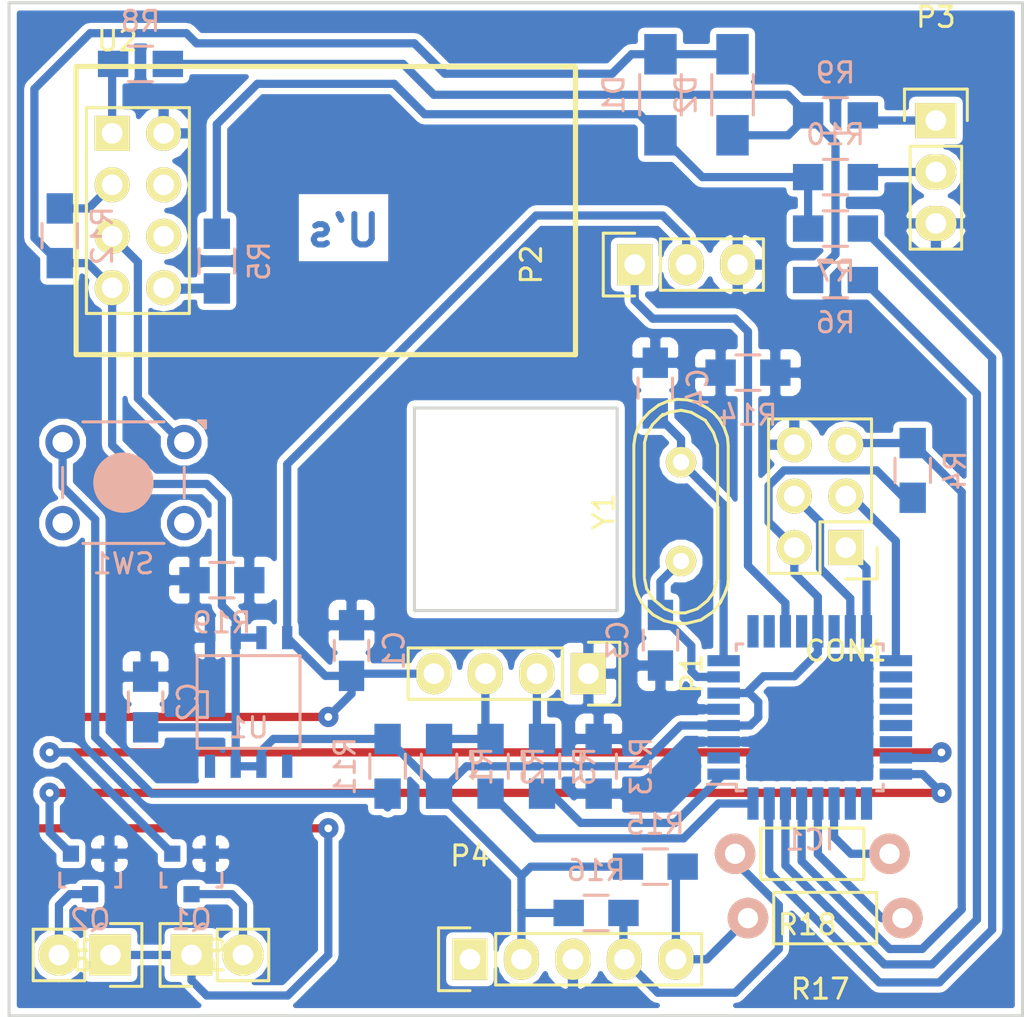
<source format=kicad_pcb>
(kicad_pcb (version 4) (host pcbnew 4.0.2+dfsg1-stable)

  (general
    (links 83)
    (no_connects 3)
    (area 39.2972 124.6072 90.075001 175.075001)
    (thickness 1.6)
    (drawings 9)
    (tracks 230)
    (zones 0)
    (modules 39)
    (nets 49)
  )

  (page A4)
  (layers
    (0 F.Cu signal)
    (31 B.Cu signal)
    (32 B.Adhes user)
    (33 F.Adhes user)
    (34 B.Paste user)
    (35 F.Paste user)
    (36 B.SilkS user)
    (37 F.SilkS user)
    (38 B.Mask user)
    (39 F.Mask user)
    (40 Dwgs.User user)
    (41 Cmts.User user)
    (42 Eco1.User user)
    (43 Eco2.User user)
    (44 Edge.Cuts user)
    (45 Margin user)
    (46 B.CrtYd user)
    (47 F.CrtYd user)
    (48 B.Fab user)
    (49 F.Fab user)
  )

  (setup
    (last_trace_width 0.4064)
    (trace_clearance 0.1778)
    (zone_clearance 0.3048)
    (zone_45_only yes)
    (trace_min 0.2)
    (segment_width 0.2)
    (edge_width 0.15)
    (via_size 1)
    (via_drill 0.381)
    (via_min_size 0.4)
    (via_min_drill 0.3)
    (uvia_size 0.3)
    (uvia_drill 0.1)
    (uvias_allowed no)
    (uvia_min_size 0)
    (uvia_min_drill 0)
    (pcb_text_width 0.3)
    (pcb_text_size 1.5 1.5)
    (mod_edge_width 0.15)
    (mod_text_size 1 1)
    (mod_text_width 0.15)
    (pad_size 1.524 1.524)
    (pad_drill 0.762)
    (pad_to_mask_clearance 0.2)
    (aux_axis_origin 0 0)
    (visible_elements FFFFFF7F)
    (pcbplotparams
      (layerselection 0x00000_80000000)
      (usegerberextensions false)
      (excludeedgelayer true)
      (linewidth 0.100000)
      (plotframeref false)
      (viasonmask false)
      (mode 1)
      (useauxorigin false)
      (hpglpennumber 1)
      (hpglpenspeed 20)
      (hpglpendiameter 15)
      (hpglpenoverlay 2)
      (psnegative false)
      (psa4output false)
      (plotreference false)
      (plotvalue false)
      (plotinvisibletext false)
      (padsonsilk false)
      (subtractmaskfromsilk false)
      (outputformat 5)
      (mirror false)
      (drillshape 0)
      (scaleselection 1)
      (outputdirectory /home/alex/workspace/geschenk/lpt/layout.svg))
  )

  (net 0 "")
  (net 1 5V)
  (net 2 GND)
  (net 3 VCC)
  (net 4 "Net-(C3-Pad1)")
  (net 5 "Net-(C4-Pad1)")
  (net 6 MISO)
  (net 7 SCK)
  (net 8 MOSI)
  (net 9 RST)
  (net 10 ESP_RX)
  (net 11 ESP_TX)
  (net 12 D+)
  (net 13 "Net-(IC1-Pad2)")
  (net 14 "Net-(IC1-Pad9)")
  (net 15 "Net-(IC1-Pad10)")
  (net 16 "Net-(IC1-Pad11)")
  (net 17 "Net-(IC1-Pad12)")
  (net 18 "Net-(IC1-Pad14)")
  (net 19 "Net-(IC1-Pad18)")
  (net 20 "Net-(IC1-Pad19)")
  (net 21 "Net-(IC1-Pad20)")
  (net 22 "Net-(IC1-Pad21)")
  (net 23 "Net-(IC1-Pad22)")
  (net 24 "Net-(IC1-Pad23)")
  (net 25 "Net-(IC1-Pad24)")
  (net 26 "Net-(IC1-Pad25)")
  (net 27 "Net-(IC1-Pad26)")
  (net 28 "Net-(IC1-Pad27)")
  (net 29 "Net-(IC1-Pad28)")
  (net 30 "Net-(IC1-Pad30)")
  (net 31 "Net-(IC1-Pad31)")
  (net 32 D-)
  (net 33 "Net-(P1-Pad2)")
  (net 34 "Net-(P1-Pad3)")
  (net 35 "Net-(P3-Pad1)")
  (net 36 "Net-(P3-Pad2)")
  (net 37 "Net-(R5-Pad1)")
  (net 38 "Net-(R8-Pad2)")
  (net 39 "Net-(R11-Pad2)")
  (net 40 "Net-(R12-Pad2)")
  (net 41 "Net-(SW1-Pad1)")
  (net 42 "Net-(U2-Pad4)")
  (net 43 "Net-(U2-Pad6)")
  (net 44 SDA)
  (net 45 SCL)
  (net 46 "Net-(P4-Pad1)")
  (net 47 "Net-(P5-Pad2)")
  (net 48 "Net-(P6-Pad2)")

  (net_class Default "This is the default net class."
    (clearance 0.1778)
    (trace_width 0.4064)
    (via_dia 1)
    (via_drill 0.381)
    (uvia_dia 0.3)
    (uvia_drill 0.1)
    (add_net 5V)
    (add_net D+)
    (add_net D-)
    (add_net ESP_RX)
    (add_net ESP_TX)
    (add_net GND)
    (add_net MISO)
    (add_net MOSI)
    (add_net "Net-(C3-Pad1)")
    (add_net "Net-(C4-Pad1)")
    (add_net "Net-(IC1-Pad10)")
    (add_net "Net-(IC1-Pad11)")
    (add_net "Net-(IC1-Pad12)")
    (add_net "Net-(IC1-Pad14)")
    (add_net "Net-(IC1-Pad18)")
    (add_net "Net-(IC1-Pad19)")
    (add_net "Net-(IC1-Pad2)")
    (add_net "Net-(IC1-Pad20)")
    (add_net "Net-(IC1-Pad21)")
    (add_net "Net-(IC1-Pad22)")
    (add_net "Net-(IC1-Pad23)")
    (add_net "Net-(IC1-Pad24)")
    (add_net "Net-(IC1-Pad25)")
    (add_net "Net-(IC1-Pad26)")
    (add_net "Net-(IC1-Pad27)")
    (add_net "Net-(IC1-Pad28)")
    (add_net "Net-(IC1-Pad30)")
    (add_net "Net-(IC1-Pad31)")
    (add_net "Net-(IC1-Pad9)")
    (add_net "Net-(P1-Pad2)")
    (add_net "Net-(P1-Pad3)")
    (add_net "Net-(P3-Pad1)")
    (add_net "Net-(P3-Pad2)")
    (add_net "Net-(P4-Pad1)")
    (add_net "Net-(P5-Pad2)")
    (add_net "Net-(P6-Pad2)")
    (add_net "Net-(R11-Pad2)")
    (add_net "Net-(R12-Pad2)")
    (add_net "Net-(R5-Pad1)")
    (add_net "Net-(R8-Pad2)")
    (add_net "Net-(SW1-Pad1)")
    (add_net "Net-(U2-Pad4)")
    (add_net "Net-(U2-Pad6)")
    (add_net RST)
    (add_net SCK)
    (add_net SCL)
    (add_net SDA)
    (add_net VCC)
  )

  (module Crystals:Crystal_HC49-U_Vertical placed (layer F.Cu) (tedit 0) (tstamp 584729A2)
    (at 73.152 150.114 90)
    (descr "Crystal, Quarz, HC49/U, vertical, stehend,")
    (tags "Crystal, Quarz, HC49/U, vertical, stehend,")
    (path /584715C2)
    (fp_text reference Y1 (at 0 -3.81 90) (layer F.SilkS)
      (effects (font (size 1 1) (thickness 0.15)))
    )
    (fp_text value 12Mhz (at 0 3.81 90) (layer F.Fab)
      (effects (font (size 1 1) (thickness 0.15)))
    )
    (fp_line (start 4.699 -1.00076) (end 4.89966 -0.59944) (layer F.SilkS) (width 0.15))
    (fp_line (start 4.89966 -0.59944) (end 5.00126 0) (layer F.SilkS) (width 0.15))
    (fp_line (start 5.00126 0) (end 4.89966 0.50038) (layer F.SilkS) (width 0.15))
    (fp_line (start 4.89966 0.50038) (end 4.50088 1.19888) (layer F.SilkS) (width 0.15))
    (fp_line (start 4.50088 1.19888) (end 3.8989 1.6002) (layer F.SilkS) (width 0.15))
    (fp_line (start 3.8989 1.6002) (end 3.29946 1.80086) (layer F.SilkS) (width 0.15))
    (fp_line (start 3.29946 1.80086) (end -3.29946 1.80086) (layer F.SilkS) (width 0.15))
    (fp_line (start -3.29946 1.80086) (end -4.0005 1.6002) (layer F.SilkS) (width 0.15))
    (fp_line (start -4.0005 1.6002) (end -4.39928 1.30048) (layer F.SilkS) (width 0.15))
    (fp_line (start -4.39928 1.30048) (end -4.8006 0.8001) (layer F.SilkS) (width 0.15))
    (fp_line (start -4.8006 0.8001) (end -5.00126 0.20066) (layer F.SilkS) (width 0.15))
    (fp_line (start -5.00126 0.20066) (end -5.00126 -0.29972) (layer F.SilkS) (width 0.15))
    (fp_line (start -5.00126 -0.29972) (end -4.8006 -0.8001) (layer F.SilkS) (width 0.15))
    (fp_line (start -4.8006 -0.8001) (end -4.30022 -1.39954) (layer F.SilkS) (width 0.15))
    (fp_line (start -4.30022 -1.39954) (end -3.79984 -1.69926) (layer F.SilkS) (width 0.15))
    (fp_line (start -3.79984 -1.69926) (end -3.29946 -1.80086) (layer F.SilkS) (width 0.15))
    (fp_line (start -3.2004 -1.80086) (end 3.40106 -1.80086) (layer F.SilkS) (width 0.15))
    (fp_line (start 3.40106 -1.80086) (end 3.79984 -1.69926) (layer F.SilkS) (width 0.15))
    (fp_line (start 3.79984 -1.69926) (end 4.30022 -1.39954) (layer F.SilkS) (width 0.15))
    (fp_line (start 4.30022 -1.39954) (end 4.8006 -0.89916) (layer F.SilkS) (width 0.15))
    (fp_line (start -3.19024 -2.32918) (end -3.64998 -2.28092) (layer F.SilkS) (width 0.15))
    (fp_line (start -3.64998 -2.28092) (end -4.04876 -2.16916) (layer F.SilkS) (width 0.15))
    (fp_line (start -4.04876 -2.16916) (end -4.48056 -1.95072) (layer F.SilkS) (width 0.15))
    (fp_line (start -4.48056 -1.95072) (end -4.77012 -1.71958) (layer F.SilkS) (width 0.15))
    (fp_line (start -4.77012 -1.71958) (end -5.10032 -1.36906) (layer F.SilkS) (width 0.15))
    (fp_line (start -5.10032 -1.36906) (end -5.38988 -0.83058) (layer F.SilkS) (width 0.15))
    (fp_line (start -5.38988 -0.83058) (end -5.51942 -0.23114) (layer F.SilkS) (width 0.15))
    (fp_line (start -5.51942 -0.23114) (end -5.51942 0.2794) (layer F.SilkS) (width 0.15))
    (fp_line (start -5.51942 0.2794) (end -5.34924 0.98044) (layer F.SilkS) (width 0.15))
    (fp_line (start -5.34924 0.98044) (end -4.95046 1.56972) (layer F.SilkS) (width 0.15))
    (fp_line (start -4.95046 1.56972) (end -4.49072 1.94056) (layer F.SilkS) (width 0.15))
    (fp_line (start -4.49072 1.94056) (end -4.06908 2.14884) (layer F.SilkS) (width 0.15))
    (fp_line (start -4.06908 2.14884) (end -3.6195 2.30886) (layer F.SilkS) (width 0.15))
    (fp_line (start -3.6195 2.30886) (end -3.18008 2.33934) (layer F.SilkS) (width 0.15))
    (fp_line (start 4.16052 2.1209) (end 4.53898 1.89992) (layer F.SilkS) (width 0.15))
    (fp_line (start 4.53898 1.89992) (end 4.85902 1.62052) (layer F.SilkS) (width 0.15))
    (fp_line (start 4.85902 1.62052) (end 5.11048 1.29032) (layer F.SilkS) (width 0.15))
    (fp_line (start 5.11048 1.29032) (end 5.4102 0.73914) (layer F.SilkS) (width 0.15))
    (fp_line (start 5.4102 0.73914) (end 5.51942 0.26924) (layer F.SilkS) (width 0.15))
    (fp_line (start 5.51942 0.26924) (end 5.53974 -0.1905) (layer F.SilkS) (width 0.15))
    (fp_line (start 5.53974 -0.1905) (end 5.45084 -0.65024) (layer F.SilkS) (width 0.15))
    (fp_line (start 5.45084 -0.65024) (end 5.26034 -1.09982) (layer F.SilkS) (width 0.15))
    (fp_line (start 5.26034 -1.09982) (end 4.89966 -1.56972) (layer F.SilkS) (width 0.15))
    (fp_line (start 4.89966 -1.56972) (end 4.54914 -1.88976) (layer F.SilkS) (width 0.15))
    (fp_line (start 4.54914 -1.88976) (end 4.16052 -2.1209) (layer F.SilkS) (width 0.15))
    (fp_line (start 4.16052 -2.1209) (end 3.73126 -2.2606) (layer F.SilkS) (width 0.15))
    (fp_line (start 3.73126 -2.2606) (end 3.2893 -2.32918) (layer F.SilkS) (width 0.15))
    (fp_line (start -3.2004 2.32918) (end 3.2512 2.32918) (layer F.SilkS) (width 0.15))
    (fp_line (start 3.2512 2.32918) (end 3.6703 2.29108) (layer F.SilkS) (width 0.15))
    (fp_line (start 3.6703 2.29108) (end 4.16052 2.1209) (layer F.SilkS) (width 0.15))
    (fp_line (start -3.2004 -2.32918) (end 3.2512 -2.32918) (layer F.SilkS) (width 0.15))
    (pad 1 thru_hole circle (at -2.44094 0 90) (size 1.50114 1.50114) (drill 0.8001) (layers *.Cu *.Mask F.SilkS)
      (net 4 "Net-(C3-Pad1)"))
    (pad 2 thru_hole circle (at 2.44094 0 90) (size 1.50114 1.50114) (drill 0.8001) (layers *.Cu *.Mask F.SilkS)
      (net 5 "Net-(C4-Pad1)"))
  )

  (module Capacitors_SMD:C_0805_HandSoldering placed (layer B.Cu) (tedit 541A9B8D) (tstamp 584727E7)
    (at 56.896 156.972 90)
    (descr "Capacitor SMD 0805, hand soldering")
    (tags "capacitor 0805")
    (path /5847172F)
    (attr smd)
    (fp_text reference C1 (at 0 2.1 90) (layer B.SilkS)
      (effects (font (size 1 1) (thickness 0.15)) (justify mirror))
    )
    (fp_text value 100 (at 0 -2.1 90) (layer B.Fab)
      (effects (font (size 1 1) (thickness 0.15)) (justify mirror))
    )
    (fp_line (start -2.3 1) (end 2.3 1) (layer B.CrtYd) (width 0.05))
    (fp_line (start -2.3 -1) (end 2.3 -1) (layer B.CrtYd) (width 0.05))
    (fp_line (start -2.3 1) (end -2.3 -1) (layer B.CrtYd) (width 0.05))
    (fp_line (start 2.3 1) (end 2.3 -1) (layer B.CrtYd) (width 0.05))
    (fp_line (start 0.5 0.85) (end -0.5 0.85) (layer B.SilkS) (width 0.15))
    (fp_line (start -0.5 -0.85) (end 0.5 -0.85) (layer B.SilkS) (width 0.15))
    (pad 1 smd rect (at -1.25 0 90) (size 1.5 1.25) (layers B.Cu B.Paste B.Mask)
      (net 1 5V))
    (pad 2 smd rect (at 1.25 0 90) (size 1.5 1.25) (layers B.Cu B.Paste B.Mask)
      (net 2 GND))
    (model Capacitors_SMD.3dshapes/C_0805_HandSoldering.wrl
      (at (xyz 0 0 0))
      (scale (xyz 1 1 1))
      (rotate (xyz 0 0 0))
    )
  )

  (module Capacitors_SMD:C_0805_HandSoldering placed (layer B.Cu) (tedit 541A9B8D) (tstamp 584727ED)
    (at 46.736 159.512 90)
    (descr "Capacitor SMD 0805, hand soldering")
    (tags "capacitor 0805")
    (path /584716EA)
    (attr smd)
    (fp_text reference C2 (at 0 2.1 90) (layer B.SilkS)
      (effects (font (size 1 1) (thickness 0.15)) (justify mirror))
    )
    (fp_text value 100 (at 0 -2.1 90) (layer B.Fab)
      (effects (font (size 1 1) (thickness 0.15)) (justify mirror))
    )
    (fp_line (start -2.3 1) (end 2.3 1) (layer B.CrtYd) (width 0.05))
    (fp_line (start -2.3 -1) (end 2.3 -1) (layer B.CrtYd) (width 0.05))
    (fp_line (start -2.3 1) (end -2.3 -1) (layer B.CrtYd) (width 0.05))
    (fp_line (start 2.3 1) (end 2.3 -1) (layer B.CrtYd) (width 0.05))
    (fp_line (start 0.5 0.85) (end -0.5 0.85) (layer B.SilkS) (width 0.15))
    (fp_line (start -0.5 -0.85) (end 0.5 -0.85) (layer B.SilkS) (width 0.15))
    (pad 1 smd rect (at -1.25 0 90) (size 1.5 1.25) (layers B.Cu B.Paste B.Mask)
      (net 3 VCC))
    (pad 2 smd rect (at 1.25 0 90) (size 1.5 1.25) (layers B.Cu B.Paste B.Mask)
      (net 2 GND))
    (model Capacitors_SMD.3dshapes/C_0805_HandSoldering.wrl
      (at (xyz 0 0 0))
      (scale (xyz 1 1 1))
      (rotate (xyz 0 0 0))
    )
  )

  (module Capacitors_SMD:C_0805_HandSoldering placed (layer B.Cu) (tedit 541A9B8D) (tstamp 584727F3)
    (at 72.136 156.464 270)
    (descr "Capacitor SMD 0805, hand soldering")
    (tags "capacitor 0805")
    (path /58471688)
    (attr smd)
    (fp_text reference C3 (at 0 2.1 270) (layer B.SilkS)
      (effects (font (size 1 1) (thickness 0.15)) (justify mirror))
    )
    (fp_text value 22p (at 0 -2.1 270) (layer B.Fab)
      (effects (font (size 1 1) (thickness 0.15)) (justify mirror))
    )
    (fp_line (start -2.3 1) (end 2.3 1) (layer B.CrtYd) (width 0.05))
    (fp_line (start -2.3 -1) (end 2.3 -1) (layer B.CrtYd) (width 0.05))
    (fp_line (start -2.3 1) (end -2.3 -1) (layer B.CrtYd) (width 0.05))
    (fp_line (start 2.3 1) (end 2.3 -1) (layer B.CrtYd) (width 0.05))
    (fp_line (start 0.5 0.85) (end -0.5 0.85) (layer B.SilkS) (width 0.15))
    (fp_line (start -0.5 -0.85) (end 0.5 -0.85) (layer B.SilkS) (width 0.15))
    (pad 1 smd rect (at -1.25 0 270) (size 1.5 1.25) (layers B.Cu B.Paste B.Mask)
      (net 4 "Net-(C3-Pad1)"))
    (pad 2 smd rect (at 1.25 0 270) (size 1.5 1.25) (layers B.Cu B.Paste B.Mask)
      (net 2 GND))
    (model Capacitors_SMD.3dshapes/C_0805_HandSoldering.wrl
      (at (xyz 0 0 0))
      (scale (xyz 1 1 1))
      (rotate (xyz 0 0 0))
    )
  )

  (module Capacitors_SMD:C_0805_HandSoldering placed (layer B.Cu) (tedit 541A9B8D) (tstamp 584727F9)
    (at 71.882 144.018 90)
    (descr "Capacitor SMD 0805, hand soldering")
    (tags "capacitor 0805")
    (path /584716C3)
    (attr smd)
    (fp_text reference C4 (at 0 2.1 90) (layer B.SilkS)
      (effects (font (size 1 1) (thickness 0.15)) (justify mirror))
    )
    (fp_text value 22p (at 0 -2.1 90) (layer B.Fab)
      (effects (font (size 1 1) (thickness 0.15)) (justify mirror))
    )
    (fp_line (start -2.3 1) (end 2.3 1) (layer B.CrtYd) (width 0.05))
    (fp_line (start -2.3 -1) (end 2.3 -1) (layer B.CrtYd) (width 0.05))
    (fp_line (start -2.3 1) (end -2.3 -1) (layer B.CrtYd) (width 0.05))
    (fp_line (start 2.3 1) (end 2.3 -1) (layer B.CrtYd) (width 0.05))
    (fp_line (start 0.5 0.85) (end -0.5 0.85) (layer B.SilkS) (width 0.15))
    (fp_line (start -0.5 -0.85) (end 0.5 -0.85) (layer B.SilkS) (width 0.15))
    (pad 1 smd rect (at -1.25 0 90) (size 1.5 1.25) (layers B.Cu B.Paste B.Mask)
      (net 5 "Net-(C4-Pad1)"))
    (pad 2 smd rect (at 1.25 0 90) (size 1.5 1.25) (layers B.Cu B.Paste B.Mask)
      (net 2 GND))
    (model Capacitors_SMD.3dshapes/C_0805_HandSoldering.wrl
      (at (xyz 0 0 0))
      (scale (xyz 1 1 1))
      (rotate (xyz 0 0 0))
    )
  )

  (module Housings_QFP:TQFP-32_7x7mm_Pitch0.8mm placed (layer B.Cu) (tedit 54130A77) (tstamp 58472835)
    (at 79.502 160.274)
    (descr "32-Lead Plastic Thin Quad Flatpack (PT) - 7x7x1.0 mm Body, 2.00 mm [TQFP] (see Microchip Packaging Specification 00000049BS.pdf)")
    (tags "QFP 0.8")
    (path /5847150D)
    (attr smd)
    (fp_text reference IC1 (at 0 6.05) (layer B.SilkS)
      (effects (font (size 1 1) (thickness 0.15)) (justify mirror))
    )
    (fp_text value ATMEGA8-AI (at 0 -6.05) (layer B.Fab)
      (effects (font (size 1 1) (thickness 0.15)) (justify mirror))
    )
    (fp_line (start -5.3 5.3) (end -5.3 -5.3) (layer B.CrtYd) (width 0.05))
    (fp_line (start 5.3 5.3) (end 5.3 -5.3) (layer B.CrtYd) (width 0.05))
    (fp_line (start -5.3 5.3) (end 5.3 5.3) (layer B.CrtYd) (width 0.05))
    (fp_line (start -5.3 -5.3) (end 5.3 -5.3) (layer B.CrtYd) (width 0.05))
    (fp_line (start -3.625 3.625) (end -3.625 3.3) (layer B.SilkS) (width 0.15))
    (fp_line (start 3.625 3.625) (end 3.625 3.3) (layer B.SilkS) (width 0.15))
    (fp_line (start 3.625 -3.625) (end 3.625 -3.3) (layer B.SilkS) (width 0.15))
    (fp_line (start -3.625 -3.625) (end -3.625 -3.3) (layer B.SilkS) (width 0.15))
    (fp_line (start -3.625 3.625) (end -3.3 3.625) (layer B.SilkS) (width 0.15))
    (fp_line (start -3.625 -3.625) (end -3.3 -3.625) (layer B.SilkS) (width 0.15))
    (fp_line (start 3.625 -3.625) (end 3.3 -3.625) (layer B.SilkS) (width 0.15))
    (fp_line (start 3.625 3.625) (end 3.3 3.625) (layer B.SilkS) (width 0.15))
    (fp_line (start -3.625 3.3) (end -5.05 3.3) (layer B.SilkS) (width 0.15))
    (pad 1 smd rect (at -4.25 2.8) (size 1.6 0.55) (layers B.Cu B.Paste B.Mask)
      (net 12 D+))
    (pad 2 smd rect (at -4.25 2) (size 1.6 0.55) (layers B.Cu B.Paste B.Mask)
      (net 13 "Net-(IC1-Pad2)"))
    (pad 3 smd rect (at -4.25 1.2) (size 1.6 0.55) (layers B.Cu B.Paste B.Mask)
      (net 2 GND))
    (pad 4 smd rect (at -4.25 0.4) (size 1.6 0.55) (layers B.Cu B.Paste B.Mask)
      (net 3 VCC))
    (pad 5 smd rect (at -4.25 -0.4) (size 1.6 0.55) (layers B.Cu B.Paste B.Mask)
      (net 2 GND))
    (pad 6 smd rect (at -4.25 -1.2) (size 1.6 0.55) (layers B.Cu B.Paste B.Mask)
      (net 3 VCC))
    (pad 7 smd rect (at -4.25 -2) (size 1.6 0.55) (layers B.Cu B.Paste B.Mask)
      (net 4 "Net-(C3-Pad1)"))
    (pad 8 smd rect (at -4.25 -2.8) (size 1.6 0.55) (layers B.Cu B.Paste B.Mask)
      (net 5 "Net-(C4-Pad1)"))
    (pad 9 smd rect (at -2.8 -4.25 270) (size 1.6 0.55) (layers B.Cu B.Paste B.Mask)
      (net 14 "Net-(IC1-Pad9)"))
    (pad 10 smd rect (at -2 -4.25 270) (size 1.6 0.55) (layers B.Cu B.Paste B.Mask)
      (net 15 "Net-(IC1-Pad10)"))
    (pad 11 smd rect (at -1.2 -4.25 270) (size 1.6 0.55) (layers B.Cu B.Paste B.Mask)
      (net 16 "Net-(IC1-Pad11)"))
    (pad 12 smd rect (at -0.4 -4.25 270) (size 1.6 0.55) (layers B.Cu B.Paste B.Mask)
      (net 17 "Net-(IC1-Pad12)"))
    (pad 13 smd rect (at 0.4 -4.25 270) (size 1.6 0.55) (layers B.Cu B.Paste B.Mask)
      (net 3 VCC))
    (pad 14 smd rect (at 1.2 -4.25 270) (size 1.6 0.55) (layers B.Cu B.Paste B.Mask)
      (net 18 "Net-(IC1-Pad14)"))
    (pad 15 smd rect (at 2 -4.25 270) (size 1.6 0.55) (layers B.Cu B.Paste B.Mask)
      (net 8 MOSI))
    (pad 16 smd rect (at 2.8 -4.25 270) (size 1.6 0.55) (layers B.Cu B.Paste B.Mask)
      (net 6 MISO))
    (pad 17 smd rect (at 4.25 -2.8) (size 1.6 0.55) (layers B.Cu B.Paste B.Mask)
      (net 7 SCK))
    (pad 18 smd rect (at 4.25 -2) (size 1.6 0.55) (layers B.Cu B.Paste B.Mask)
      (net 19 "Net-(IC1-Pad18)"))
    (pad 19 smd rect (at 4.25 -1.2) (size 1.6 0.55) (layers B.Cu B.Paste B.Mask)
      (net 20 "Net-(IC1-Pad19)"))
    (pad 20 smd rect (at 4.25 -0.4) (size 1.6 0.55) (layers B.Cu B.Paste B.Mask)
      (net 21 "Net-(IC1-Pad20)"))
    (pad 21 smd rect (at 4.25 0.4) (size 1.6 0.55) (layers B.Cu B.Paste B.Mask)
      (net 22 "Net-(IC1-Pad21)"))
    (pad 22 smd rect (at 4.25 1.2) (size 1.6 0.55) (layers B.Cu B.Paste B.Mask)
      (net 23 "Net-(IC1-Pad22)"))
    (pad 23 smd rect (at 4.25 2) (size 1.6 0.55) (layers B.Cu B.Paste B.Mask)
      (net 24 "Net-(IC1-Pad23)"))
    (pad 24 smd rect (at 4.25 2.8) (size 1.6 0.55) (layers B.Cu B.Paste B.Mask)
      (net 25 "Net-(IC1-Pad24)"))
    (pad 25 smd rect (at 2.8 4.25 270) (size 1.6 0.55) (layers B.Cu B.Paste B.Mask)
      (net 26 "Net-(IC1-Pad25)"))
    (pad 26 smd rect (at 2 4.25 270) (size 1.6 0.55) (layers B.Cu B.Paste B.Mask)
      (net 27 "Net-(IC1-Pad26)"))
    (pad 27 smd rect (at 1.2 4.25 270) (size 1.6 0.55) (layers B.Cu B.Paste B.Mask)
      (net 28 "Net-(IC1-Pad27)"))
    (pad 28 smd rect (at 0.4 4.25 270) (size 1.6 0.55) (layers B.Cu B.Paste B.Mask)
      (net 29 "Net-(IC1-Pad28)"))
    (pad 29 smd rect (at -0.4 4.25 270) (size 1.6 0.55) (layers B.Cu B.Paste B.Mask)
      (net 9 RST))
    (pad 30 smd rect (at -1.2 4.25 270) (size 1.6 0.55) (layers B.Cu B.Paste B.Mask)
      (net 30 "Net-(IC1-Pad30)"))
    (pad 31 smd rect (at -2 4.25 270) (size 1.6 0.55) (layers B.Cu B.Paste B.Mask)
      (net 31 "Net-(IC1-Pad31)"))
    (pad 32 smd rect (at -2.8 4.25 270) (size 1.6 0.55) (layers B.Cu B.Paste B.Mask)
      (net 32 D-))
    (model Housings_QFP.3dshapes/TQFP-32_7x7mm_Pitch0.8mm.wrl
      (at (xyz 0 0 0))
      (scale (xyz 1 1 1))
      (rotate (xyz 0 0 0))
    )
  )

  (module Pin_Headers:Pin_Header_Straight_1x04 (layer F.Cu) (tedit 0) (tstamp 5847283D)
    (at 68.58 158.115 270)
    (descr "Through hole pin header")
    (tags "pin header")
    (path /584717D0)
    (fp_text reference P1 (at 0 -5.1 270) (layer F.SilkS)
      (effects (font (size 1 1) (thickness 0.15)))
    )
    (fp_text value usb (at 0 -3.1 270) (layer F.Fab)
      (effects (font (size 1 1) (thickness 0.15)))
    )
    (fp_line (start -1.75 -1.75) (end -1.75 9.4) (layer F.CrtYd) (width 0.05))
    (fp_line (start 1.75 -1.75) (end 1.75 9.4) (layer F.CrtYd) (width 0.05))
    (fp_line (start -1.75 -1.75) (end 1.75 -1.75) (layer F.CrtYd) (width 0.05))
    (fp_line (start -1.75 9.4) (end 1.75 9.4) (layer F.CrtYd) (width 0.05))
    (fp_line (start -1.27 1.27) (end -1.27 8.89) (layer F.SilkS) (width 0.15))
    (fp_line (start 1.27 1.27) (end 1.27 8.89) (layer F.SilkS) (width 0.15))
    (fp_line (start 1.55 -1.55) (end 1.55 0) (layer F.SilkS) (width 0.15))
    (fp_line (start -1.27 8.89) (end 1.27 8.89) (layer F.SilkS) (width 0.15))
    (fp_line (start 1.27 1.27) (end -1.27 1.27) (layer F.SilkS) (width 0.15))
    (fp_line (start -1.55 0) (end -1.55 -1.55) (layer F.SilkS) (width 0.15))
    (fp_line (start -1.55 -1.55) (end 1.55 -1.55) (layer F.SilkS) (width 0.15))
    (pad 1 thru_hole rect (at 0 0 270) (size 2.032 1.7272) (drill 1.016) (layers *.Cu *.Mask F.SilkS)
      (net 2 GND))
    (pad 2 thru_hole oval (at 0 2.54 270) (size 2.032 1.7272) (drill 1.016) (layers *.Cu *.Mask F.SilkS)
      (net 33 "Net-(P1-Pad2)"))
    (pad 3 thru_hole oval (at 0 5.08 270) (size 2.032 1.7272) (drill 1.016) (layers *.Cu *.Mask F.SilkS)
      (net 34 "Net-(P1-Pad3)"))
    (pad 4 thru_hole oval (at 0 7.62 270) (size 2.032 1.7272) (drill 1.016) (layers *.Cu *.Mask F.SilkS)
      (net 1 5V))
    (model Pin_Headers.3dshapes/Pin_Header_Straight_1x04.wrl
      (at (xyz 0 -0.15 0))
      (scale (xyz 1 1 1))
      (rotate (xyz 0 0 90))
    )
  )

  (module Pin_Headers:Pin_Header_Straight_1x03 (layer F.Cu) (tedit 0) (tstamp 58472844)
    (at 70.866 137.922 90)
    (descr "Through hole pin header")
    (tags "pin header")
    (path /58479CF3)
    (fp_text reference P2 (at 0 -5.1 90) (layer F.SilkS)
      (effects (font (size 1 1) (thickness 0.15)))
    )
    (fp_text value servo (at 0 -3.1 90) (layer F.Fab)
      (effects (font (size 1 1) (thickness 0.15)))
    )
    (fp_line (start -1.75 -1.75) (end -1.75 6.85) (layer F.CrtYd) (width 0.05))
    (fp_line (start 1.75 -1.75) (end 1.75 6.85) (layer F.CrtYd) (width 0.05))
    (fp_line (start -1.75 -1.75) (end 1.75 -1.75) (layer F.CrtYd) (width 0.05))
    (fp_line (start -1.75 6.85) (end 1.75 6.85) (layer F.CrtYd) (width 0.05))
    (fp_line (start -1.27 1.27) (end -1.27 6.35) (layer F.SilkS) (width 0.15))
    (fp_line (start -1.27 6.35) (end 1.27 6.35) (layer F.SilkS) (width 0.15))
    (fp_line (start 1.27 6.35) (end 1.27 1.27) (layer F.SilkS) (width 0.15))
    (fp_line (start 1.55 -1.55) (end 1.55 0) (layer F.SilkS) (width 0.15))
    (fp_line (start 1.27 1.27) (end -1.27 1.27) (layer F.SilkS) (width 0.15))
    (fp_line (start -1.55 0) (end -1.55 -1.55) (layer F.SilkS) (width 0.15))
    (fp_line (start -1.55 -1.55) (end 1.55 -1.55) (layer F.SilkS) (width 0.15))
    (pad 1 thru_hole rect (at 0 0 90) (size 2.032 1.7272) (drill 1.016) (layers *.Cu *.Mask F.SilkS)
      (net 16 "Net-(IC1-Pad11)"))
    (pad 2 thru_hole oval (at 0 2.54 90) (size 2.032 1.7272) (drill 1.016) (layers *.Cu *.Mask F.SilkS)
      (net 1 5V))
    (pad 3 thru_hole oval (at 0 5.08 90) (size 2.032 1.7272) (drill 1.016) (layers *.Cu *.Mask F.SilkS)
      (net 2 GND))
    (model Pin_Headers.3dshapes/Pin_Header_Straight_1x03.wrl
      (at (xyz 0 -0.1 0))
      (scale (xyz 1 1 1))
      (rotate (xyz 0 0 90))
    )
  )

  (module Pin_Headers:Pin_Header_Straight_1x03 locked (layer F.Cu) (tedit 0) (tstamp 5847284B)
    (at 85.725 130.81)
    (descr "Through hole pin header")
    (tags "pin header")
    (path /5847422D)
    (fp_text reference P3 (at 0 -5.1) (layer F.SilkS)
      (effects (font (size 1 1) (thickness 0.15)))
    )
    (fp_text value rs232 (at 0 -3.1) (layer F.Fab)
      (effects (font (size 1 1) (thickness 0.15)))
    )
    (fp_line (start -1.75 -1.75) (end -1.75 6.85) (layer F.CrtYd) (width 0.05))
    (fp_line (start 1.75 -1.75) (end 1.75 6.85) (layer F.CrtYd) (width 0.05))
    (fp_line (start -1.75 -1.75) (end 1.75 -1.75) (layer F.CrtYd) (width 0.05))
    (fp_line (start -1.75 6.85) (end 1.75 6.85) (layer F.CrtYd) (width 0.05))
    (fp_line (start -1.27 1.27) (end -1.27 6.35) (layer F.SilkS) (width 0.15))
    (fp_line (start -1.27 6.35) (end 1.27 6.35) (layer F.SilkS) (width 0.15))
    (fp_line (start 1.27 6.35) (end 1.27 1.27) (layer F.SilkS) (width 0.15))
    (fp_line (start 1.55 -1.55) (end 1.55 0) (layer F.SilkS) (width 0.15))
    (fp_line (start 1.27 1.27) (end -1.27 1.27) (layer F.SilkS) (width 0.15))
    (fp_line (start -1.55 0) (end -1.55 -1.55) (layer F.SilkS) (width 0.15))
    (fp_line (start -1.55 -1.55) (end 1.55 -1.55) (layer F.SilkS) (width 0.15))
    (pad 1 thru_hole rect (at 0 0) (size 2.032 1.7272) (drill 1.016) (layers *.Cu *.Mask F.SilkS)
      (net 35 "Net-(P3-Pad1)"))
    (pad 2 thru_hole oval (at 0 2.54) (size 2.032 1.7272) (drill 1.016) (layers *.Cu *.Mask F.SilkS)
      (net 36 "Net-(P3-Pad2)"))
    (pad 3 thru_hole oval (at 0 5.08) (size 2.032 1.7272) (drill 1.016) (layers *.Cu *.Mask F.SilkS)
      (net 2 GND))
    (model Pin_Headers.3dshapes/Pin_Header_Straight_1x03.wrl
      (at (xyz 0 -0.1 0))
      (scale (xyz 1 1 1))
      (rotate (xyz 0 0 90))
    )
  )

  (module Resistors_SMD:R_0805_HandSoldering placed (layer B.Cu) (tedit 54189DEE) (tstamp 58472851)
    (at 61.214 162.687 90)
    (descr "Resistor SMD 0805, hand soldering")
    (tags "resistor 0805")
    (path /5847223B)
    (attr smd)
    (fp_text reference R1 (at 0 2.1 90) (layer B.SilkS)
      (effects (font (size 1 1) (thickness 0.15)) (justify mirror))
    )
    (fp_text value 1k5 (at 0 -2.1 90) (layer B.Fab)
      (effects (font (size 1 1) (thickness 0.15)) (justify mirror))
    )
    (fp_line (start -2.4 1) (end 2.4 1) (layer B.CrtYd) (width 0.05))
    (fp_line (start -2.4 -1) (end 2.4 -1) (layer B.CrtYd) (width 0.05))
    (fp_line (start -2.4 1) (end -2.4 -1) (layer B.CrtYd) (width 0.05))
    (fp_line (start 2.4 1) (end 2.4 -1) (layer B.CrtYd) (width 0.05))
    (fp_line (start 0.6 -0.875) (end -0.6 -0.875) (layer B.SilkS) (width 0.15))
    (fp_line (start -0.6 0.875) (end 0.6 0.875) (layer B.SilkS) (width 0.15))
    (pad 1 smd rect (at -1.35 0 90) (size 1.5 1.3) (layers B.Cu B.Paste B.Mask)
      (net 3 VCC))
    (pad 2 smd rect (at 1.35 0 90) (size 1.5 1.3) (layers B.Cu B.Paste B.Mask)
      (net 34 "Net-(P1-Pad3)"))
    (model Resistors_SMD.3dshapes/R_0805_HandSoldering.wrl
      (at (xyz 0 0 0))
      (scale (xyz 1 1 1))
      (rotate (xyz 0 0 0))
    )
  )

  (module Resistors_SMD:R_0805_HandSoldering placed (layer B.Cu) (tedit 54189DEE) (tstamp 58472857)
    (at 63.754 162.687 90)
    (descr "Resistor SMD 0805, hand soldering")
    (tags "resistor 0805")
    (path /58471F86)
    (attr smd)
    (fp_text reference R2 (at 0 2.1 90) (layer B.SilkS)
      (effects (font (size 1 1) (thickness 0.15)) (justify mirror))
    )
    (fp_text value 68 (at 0 -2.1 90) (layer B.Fab)
      (effects (font (size 1 1) (thickness 0.15)) (justify mirror))
    )
    (fp_line (start -2.4 1) (end 2.4 1) (layer B.CrtYd) (width 0.05))
    (fp_line (start -2.4 -1) (end 2.4 -1) (layer B.CrtYd) (width 0.05))
    (fp_line (start -2.4 1) (end -2.4 -1) (layer B.CrtYd) (width 0.05))
    (fp_line (start 2.4 1) (end 2.4 -1) (layer B.CrtYd) (width 0.05))
    (fp_line (start 0.6 -0.875) (end -0.6 -0.875) (layer B.SilkS) (width 0.15))
    (fp_line (start -0.6 0.875) (end 0.6 0.875) (layer B.SilkS) (width 0.15))
    (pad 1 smd rect (at -1.35 0 90) (size 1.5 1.3) (layers B.Cu B.Paste B.Mask)
      (net 32 D-))
    (pad 2 smd rect (at 1.35 0 90) (size 1.5 1.3) (layers B.Cu B.Paste B.Mask)
      (net 34 "Net-(P1-Pad3)"))
    (model Resistors_SMD.3dshapes/R_0805_HandSoldering.wrl
      (at (xyz 0 0 0))
      (scale (xyz 1 1 1))
      (rotate (xyz 0 0 0))
    )
  )

  (module Resistors_SMD:R_0805_HandSoldering placed (layer B.Cu) (tedit 54189DEE) (tstamp 5847285D)
    (at 66.294 162.687 90)
    (descr "Resistor SMD 0805, hand soldering")
    (tags "resistor 0805")
    (path /58472010)
    (attr smd)
    (fp_text reference R3 (at 0 2.1 90) (layer B.SilkS)
      (effects (font (size 1 1) (thickness 0.15)) (justify mirror))
    )
    (fp_text value 68 (at 0 -2.1 90) (layer B.Fab)
      (effects (font (size 1 1) (thickness 0.15)) (justify mirror))
    )
    (fp_line (start -2.4 1) (end 2.4 1) (layer B.CrtYd) (width 0.05))
    (fp_line (start -2.4 -1) (end 2.4 -1) (layer B.CrtYd) (width 0.05))
    (fp_line (start -2.4 1) (end -2.4 -1) (layer B.CrtYd) (width 0.05))
    (fp_line (start 2.4 1) (end 2.4 -1) (layer B.CrtYd) (width 0.05))
    (fp_line (start 0.6 -0.875) (end -0.6 -0.875) (layer B.SilkS) (width 0.15))
    (fp_line (start -0.6 0.875) (end 0.6 0.875) (layer B.SilkS) (width 0.15))
    (pad 1 smd rect (at -1.35 0 90) (size 1.5 1.3) (layers B.Cu B.Paste B.Mask)
      (net 12 D+))
    (pad 2 smd rect (at 1.35 0 90) (size 1.5 1.3) (layers B.Cu B.Paste B.Mask)
      (net 33 "Net-(P1-Pad2)"))
    (model Resistors_SMD.3dshapes/R_0805_HandSoldering.wrl
      (at (xyz 0 0 0))
      (scale (xyz 1 1 1))
      (rotate (xyz 0 0 0))
    )
  )

  (module Resistors_SMD:R_0805_HandSoldering placed (layer B.Cu) (tedit 54189DEE) (tstamp 58472863)
    (at 84.582 148.082 90)
    (descr "Resistor SMD 0805, hand soldering")
    (tags "resistor 0805")
    (path /58477F2D)
    (attr smd)
    (fp_text reference R4 (at 0 2.1 90) (layer B.SilkS)
      (effects (font (size 1 1) (thickness 0.15)) (justify mirror))
    )
    (fp_text value 10k (at 0 -2.1 90) (layer B.Fab)
      (effects (font (size 1 1) (thickness 0.15)) (justify mirror))
    )
    (fp_line (start -2.4 1) (end 2.4 1) (layer B.CrtYd) (width 0.05))
    (fp_line (start -2.4 -1) (end 2.4 -1) (layer B.CrtYd) (width 0.05))
    (fp_line (start -2.4 1) (end -2.4 -1) (layer B.CrtYd) (width 0.05))
    (fp_line (start 2.4 1) (end 2.4 -1) (layer B.CrtYd) (width 0.05))
    (fp_line (start 0.6 -0.875) (end -0.6 -0.875) (layer B.SilkS) (width 0.15))
    (fp_line (start -0.6 0.875) (end 0.6 0.875) (layer B.SilkS) (width 0.15))
    (pad 1 smd rect (at -1.35 0 90) (size 1.5 1.3) (layers B.Cu B.Paste B.Mask)
      (net 3 VCC))
    (pad 2 smd rect (at 1.35 0 90) (size 1.5 1.3) (layers B.Cu B.Paste B.Mask)
      (net 9 RST))
    (model Resistors_SMD.3dshapes/R_0805_HandSoldering.wrl
      (at (xyz 0 0 0))
      (scale (xyz 1 1 1))
      (rotate (xyz 0 0 0))
    )
  )

  (module Resistors_SMD:R_0805_HandSoldering placed (layer B.Cu) (tedit 54189DEE) (tstamp 58472869)
    (at 50.25 137.75 90)
    (descr "Resistor SMD 0805, hand soldering")
    (tags "resistor 0805")
    (path /584734D9)
    (attr smd)
    (fp_text reference R5 (at 0 2.1 90) (layer B.SilkS)
      (effects (font (size 1 1) (thickness 0.15)) (justify mirror))
    )
    (fp_text value 100 (at 0 -2.1 90) (layer B.Fab)
      (effects (font (size 1 1) (thickness 0.15)) (justify mirror))
    )
    (fp_line (start -2.4 1) (end 2.4 1) (layer B.CrtYd) (width 0.05))
    (fp_line (start -2.4 -1) (end 2.4 -1) (layer B.CrtYd) (width 0.05))
    (fp_line (start -2.4 1) (end -2.4 -1) (layer B.CrtYd) (width 0.05))
    (fp_line (start 2.4 1) (end 2.4 -1) (layer B.CrtYd) (width 0.05))
    (fp_line (start 0.6 -0.875) (end -0.6 -0.875) (layer B.SilkS) (width 0.15))
    (fp_line (start -0.6 0.875) (end 0.6 0.875) (layer B.SilkS) (width 0.15))
    (pad 1 smd rect (at -1.35 0 90) (size 1.5 1.3) (layers B.Cu B.Paste B.Mask)
      (net 37 "Net-(R5-Pad1)"))
    (pad 2 smd rect (at 1.35 0 90) (size 1.5 1.3) (layers B.Cu B.Paste B.Mask)
      (net 10 ESP_RX))
    (model Resistors_SMD.3dshapes/R_0805_HandSoldering.wrl
      (at (xyz 0 0 0))
      (scale (xyz 1 1 1))
      (rotate (xyz 0 0 0))
    )
  )

  (module Resistors_SMD:R_0805_HandSoldering placed (layer B.Cu) (tedit 54189DEE) (tstamp 5847286F)
    (at 80.772 138.684)
    (descr "Resistor SMD 0805, hand soldering")
    (tags "resistor 0805")
    (path /5847329F)
    (attr smd)
    (fp_text reference R6 (at 0 2.1) (layer B.SilkS)
      (effects (font (size 1 1) (thickness 0.15)) (justify mirror))
    )
    (fp_text value 100 (at 0 -2.1) (layer B.Fab)
      (effects (font (size 1 1) (thickness 0.15)) (justify mirror))
    )
    (fp_line (start -2.4 1) (end 2.4 1) (layer B.CrtYd) (width 0.05))
    (fp_line (start -2.4 -1) (end 2.4 -1) (layer B.CrtYd) (width 0.05))
    (fp_line (start -2.4 1) (end -2.4 -1) (layer B.CrtYd) (width 0.05))
    (fp_line (start 2.4 1) (end 2.4 -1) (layer B.CrtYd) (width 0.05))
    (fp_line (start 0.6 -0.875) (end -0.6 -0.875) (layer B.SilkS) (width 0.15))
    (fp_line (start -0.6 0.875) (end 0.6 0.875) (layer B.SilkS) (width 0.15))
    (pad 1 smd rect (at -1.35 0) (size 1.5 1.3) (layers B.Cu B.Paste B.Mask)
      (net 11 ESP_TX))
    (pad 2 smd rect (at 1.35 0) (size 1.5 1.3) (layers B.Cu B.Paste B.Mask)
      (net 30 "Net-(IC1-Pad30)"))
    (model Resistors_SMD.3dshapes/R_0805_HandSoldering.wrl
      (at (xyz 0 0 0))
      (scale (xyz 1 1 1))
      (rotate (xyz 0 0 0))
    )
  )

  (module Resistors_SMD:R_0805_HandSoldering placed (layer B.Cu) (tedit 54189DEE) (tstamp 58472875)
    (at 80.772 136.144)
    (descr "Resistor SMD 0805, hand soldering")
    (tags "resistor 0805")
    (path /5847334B)
    (attr smd)
    (fp_text reference R7 (at 0 2.1) (layer B.SilkS)
      (effects (font (size 1 1) (thickness 0.15)) (justify mirror))
    )
    (fp_text value 100 (at 0 -2.1) (layer B.Fab)
      (effects (font (size 1 1) (thickness 0.15)) (justify mirror))
    )
    (fp_line (start -2.4 1) (end 2.4 1) (layer B.CrtYd) (width 0.05))
    (fp_line (start -2.4 -1) (end 2.4 -1) (layer B.CrtYd) (width 0.05))
    (fp_line (start -2.4 1) (end -2.4 -1) (layer B.CrtYd) (width 0.05))
    (fp_line (start 2.4 1) (end 2.4 -1) (layer B.CrtYd) (width 0.05))
    (fp_line (start 0.6 -0.875) (end -0.6 -0.875) (layer B.SilkS) (width 0.15))
    (fp_line (start -0.6 0.875) (end 0.6 0.875) (layer B.SilkS) (width 0.15))
    (pad 1 smd rect (at -1.35 0) (size 1.5 1.3) (layers B.Cu B.Paste B.Mask)
      (net 10 ESP_RX))
    (pad 2 smd rect (at 1.35 0) (size 1.5 1.3) (layers B.Cu B.Paste B.Mask)
      (net 31 "Net-(IC1-Pad31)"))
    (model Resistors_SMD.3dshapes/R_0805_HandSoldering.wrl
      (at (xyz 0 0 0))
      (scale (xyz 1 1 1))
      (rotate (xyz 0 0 0))
    )
  )

  (module Resistors_SMD:R_0805_HandSoldering placed (layer B.Cu) (tedit 54189DEE) (tstamp 5847287B)
    (at 46.482 128.016 180)
    (descr "Resistor SMD 0805, hand soldering")
    (tags "resistor 0805")
    (path /58473425)
    (attr smd)
    (fp_text reference R8 (at 0 2.1 180) (layer B.SilkS)
      (effects (font (size 1 1) (thickness 0.15)) (justify mirror))
    )
    (fp_text value 100 (at 0 -2.1 180) (layer B.Fab)
      (effects (font (size 1 1) (thickness 0.15)) (justify mirror))
    )
    (fp_line (start -2.4 1) (end 2.4 1) (layer B.CrtYd) (width 0.05))
    (fp_line (start -2.4 -1) (end 2.4 -1) (layer B.CrtYd) (width 0.05))
    (fp_line (start -2.4 1) (end -2.4 -1) (layer B.CrtYd) (width 0.05))
    (fp_line (start 2.4 1) (end 2.4 -1) (layer B.CrtYd) (width 0.05))
    (fp_line (start 0.6 -0.875) (end -0.6 -0.875) (layer B.SilkS) (width 0.15))
    (fp_line (start -0.6 0.875) (end 0.6 0.875) (layer B.SilkS) (width 0.15))
    (pad 1 smd rect (at -1.35 0 180) (size 1.5 1.3) (layers B.Cu B.Paste B.Mask)
      (net 11 ESP_TX))
    (pad 2 smd rect (at 1.35 0 180) (size 1.5 1.3) (layers B.Cu B.Paste B.Mask)
      (net 38 "Net-(R8-Pad2)"))
    (model Resistors_SMD.3dshapes/R_0805_HandSoldering.wrl
      (at (xyz 0 0 0))
      (scale (xyz 1 1 1))
      (rotate (xyz 0 0 0))
    )
  )

  (module Resistors_SMD:R_0805_HandSoldering placed (layer B.Cu) (tedit 54189DEE) (tstamp 58472881)
    (at 80.772 130.556 180)
    (descr "Resistor SMD 0805, hand soldering")
    (tags "resistor 0805")
    (path /58474A15)
    (attr smd)
    (fp_text reference R9 (at 0 2.1 180) (layer B.SilkS)
      (effects (font (size 1 1) (thickness 0.15)) (justify mirror))
    )
    (fp_text value 100 (at 0 -2.1 180) (layer B.Fab)
      (effects (font (size 1 1) (thickness 0.15)) (justify mirror))
    )
    (fp_line (start -2.4 1) (end 2.4 1) (layer B.CrtYd) (width 0.05))
    (fp_line (start -2.4 -1) (end 2.4 -1) (layer B.CrtYd) (width 0.05))
    (fp_line (start -2.4 1) (end -2.4 -1) (layer B.CrtYd) (width 0.05))
    (fp_line (start 2.4 1) (end 2.4 -1) (layer B.CrtYd) (width 0.05))
    (fp_line (start 0.6 -0.875) (end -0.6 -0.875) (layer B.SilkS) (width 0.15))
    (fp_line (start -0.6 0.875) (end 0.6 0.875) (layer B.SilkS) (width 0.15))
    (pad 1 smd rect (at -1.35 0 180) (size 1.5 1.3) (layers B.Cu B.Paste B.Mask)
      (net 35 "Net-(P3-Pad1)"))
    (pad 2 smd rect (at 1.35 0 180) (size 1.5 1.3) (layers B.Cu B.Paste B.Mask)
      (net 11 ESP_TX))
    (model Resistors_SMD.3dshapes/R_0805_HandSoldering.wrl
      (at (xyz 0 0 0))
      (scale (xyz 1 1 1))
      (rotate (xyz 0 0 0))
    )
  )

  (module Resistors_SMD:R_0805_HandSoldering placed (layer B.Cu) (tedit 54189DEE) (tstamp 58472887)
    (at 80.772 133.604 180)
    (descr "Resistor SMD 0805, hand soldering")
    (tags "resistor 0805")
    (path /58474A89)
    (attr smd)
    (fp_text reference R10 (at 0 2.1 180) (layer B.SilkS)
      (effects (font (size 1 1) (thickness 0.15)) (justify mirror))
    )
    (fp_text value 100 (at 0 -2.1 180) (layer B.Fab)
      (effects (font (size 1 1) (thickness 0.15)) (justify mirror))
    )
    (fp_line (start -2.4 1) (end 2.4 1) (layer B.CrtYd) (width 0.05))
    (fp_line (start -2.4 -1) (end 2.4 -1) (layer B.CrtYd) (width 0.05))
    (fp_line (start -2.4 1) (end -2.4 -1) (layer B.CrtYd) (width 0.05))
    (fp_line (start 2.4 1) (end 2.4 -1) (layer B.CrtYd) (width 0.05))
    (fp_line (start 0.6 -0.875) (end -0.6 -0.875) (layer B.SilkS) (width 0.15))
    (fp_line (start -0.6 0.875) (end 0.6 0.875) (layer B.SilkS) (width 0.15))
    (pad 1 smd rect (at -1.35 0 180) (size 1.5 1.3) (layers B.Cu B.Paste B.Mask)
      (net 36 "Net-(P3-Pad2)"))
    (pad 2 smd rect (at 1.35 0 180) (size 1.5 1.3) (layers B.Cu B.Paste B.Mask)
      (net 10 ESP_RX))
    (model Resistors_SMD.3dshapes/R_0805_HandSoldering.wrl
      (at (xyz 0 0 0))
      (scale (xyz 1 1 1))
      (rotate (xyz 0 0 0))
    )
  )

  (module Resistors_SMD:R_0805_HandSoldering placed (layer B.Cu) (tedit 54189DEE) (tstamp 5847288D)
    (at 58.674 162.687 270)
    (descr "Resistor SMD 0805, hand soldering")
    (tags "resistor 0805")
    (path /58476048)
    (attr smd)
    (fp_text reference R11 (at 0 2.1 270) (layer B.SilkS)
      (effects (font (size 1 1) (thickness 0.15)) (justify mirror))
    )
    (fp_text value 1k5 (at 0 -2.1 270) (layer B.Fab)
      (effects (font (size 1 1) (thickness 0.15)) (justify mirror))
    )
    (fp_line (start -2.4 1) (end 2.4 1) (layer B.CrtYd) (width 0.05))
    (fp_line (start -2.4 -1) (end 2.4 -1) (layer B.CrtYd) (width 0.05))
    (fp_line (start -2.4 1) (end -2.4 -1) (layer B.CrtYd) (width 0.05))
    (fp_line (start 2.4 1) (end 2.4 -1) (layer B.CrtYd) (width 0.05))
    (fp_line (start 0.6 -0.875) (end -0.6 -0.875) (layer B.SilkS) (width 0.15))
    (fp_line (start -0.6 0.875) (end 0.6 0.875) (layer B.SilkS) (width 0.15))
    (pad 1 smd rect (at -1.35 0 270) (size 1.5 1.3) (layers B.Cu B.Paste B.Mask)
      (net 3 VCC))
    (pad 2 smd rect (at 1.35 0 270) (size 1.5 1.3) (layers B.Cu B.Paste B.Mask)
      (net 39 "Net-(R11-Pad2)"))
    (model Resistors_SMD.3dshapes/R_0805_HandSoldering.wrl
      (at (xyz 0 0 0))
      (scale (xyz 1 1 1))
      (rotate (xyz 0 0 0))
    )
  )

  (module Resistors_SMD:R_0805_HandSoldering placed (layer B.Cu) (tedit 54189DEE) (tstamp 58472893)
    (at 42.5 136.5 90)
    (descr "Resistor SMD 0805, hand soldering")
    (tags "resistor 0805")
    (path /58475F85)
    (attr smd)
    (fp_text reference R12 (at 0 2.1 90) (layer B.SilkS)
      (effects (font (size 1 1) (thickness 0.15)) (justify mirror))
    )
    (fp_text value 1k5 (at 0 -2.1 90) (layer B.Fab)
      (effects (font (size 1 1) (thickness 0.15)) (justify mirror))
    )
    (fp_line (start -2.4 1) (end 2.4 1) (layer B.CrtYd) (width 0.05))
    (fp_line (start -2.4 -1) (end 2.4 -1) (layer B.CrtYd) (width 0.05))
    (fp_line (start -2.4 1) (end -2.4 -1) (layer B.CrtYd) (width 0.05))
    (fp_line (start 2.4 1) (end 2.4 -1) (layer B.CrtYd) (width 0.05))
    (fp_line (start 0.6 -0.875) (end -0.6 -0.875) (layer B.SilkS) (width 0.15))
    (fp_line (start -0.6 0.875) (end 0.6 0.875) (layer B.SilkS) (width 0.15))
    (pad 1 smd rect (at -1.35 0 90) (size 1.5 1.3) (layers B.Cu B.Paste B.Mask)
      (net 3 VCC))
    (pad 2 smd rect (at 1.35 0 90) (size 1.5 1.3) (layers B.Cu B.Paste B.Mask)
      (net 40 "Net-(R12-Pad2)"))
    (model Resistors_SMD.3dshapes/R_0805_HandSoldering.wrl
      (at (xyz 0 0 0))
      (scale (xyz 1 1 1))
      (rotate (xyz 0 0 0))
    )
  )

  (module ESP8266:ESP-01 (layer F.Cu) (tedit 577EF889) (tstamp 584728B3)
    (at 45.085 131.445)
    (descr "Module, ESP-8266, ESP-01, 8 pin")
    (tags "Module ESP-8266 ESP8266")
    (path /58472A8A)
    (fp_text reference U2 (at 0.254 -4.572) (layer F.SilkS)
      (effects (font (size 1 1) (thickness 0.15)))
    )
    (fp_text value ESP-01v090 (at 12.192 3.556) (layer F.Fab)
      (effects (font (size 1 1) (thickness 0.15)))
    )
    (fp_line (start -1.778 -3.302) (end 22.86 -3.302) (layer F.SilkS) (width 0.254))
    (fp_line (start 22.86 -3.302) (end 22.86 10.922) (layer F.SilkS) (width 0.254))
    (fp_line (start 22.86 10.922) (end -1.778 10.922) (layer F.SilkS) (width 0.254))
    (fp_line (start -1.778 10.922) (end -1.778 -3.302) (layer F.SilkS) (width 0.254))
    (fp_line (start -1.778 -3.302) (end 22.86 -3.302) (layer F.Fab) (width 0.05))
    (fp_line (start 22.86 -3.302) (end 22.86 10.922) (layer F.Fab) (width 0.05))
    (fp_line (start 22.86 10.922) (end -1.778 10.922) (layer F.Fab) (width 0.05))
    (fp_line (start -1.778 10.922) (end -1.778 -3.302) (layer F.Fab) (width 0.05))
    (fp_line (start 1.27 -1.27) (end -1.27 -1.27) (layer F.SilkS) (width 0.1524))
    (fp_line (start -1.27 -1.27) (end -1.27 1.27) (layer F.SilkS) (width 0.1524))
    (fp_line (start -1.75 -1.75) (end -1.75 9.4) (layer F.CrtYd) (width 0.05))
    (fp_line (start 4.3 -1.75) (end 4.3 9.4) (layer F.CrtYd) (width 0.05))
    (fp_line (start -1.75 -1.75) (end 4.3 -1.75) (layer F.CrtYd) (width 0.05))
    (fp_line (start -1.75 9.4) (end 4.3 9.4) (layer F.CrtYd) (width 0.05))
    (fp_line (start -1.27 1.27) (end -1.27 8.89) (layer F.SilkS) (width 0.1524))
    (fp_line (start -1.27 8.89) (end 3.81 8.89) (layer F.SilkS) (width 0.1524))
    (fp_line (start 3.81 8.89) (end 3.81 -1.27) (layer F.SilkS) (width 0.1524))
    (fp_line (start 3.81 -1.27) (end 1.27 -1.27) (layer F.SilkS) (width 0.1524))
    (pad 1 thru_hole rect (at 0 0) (size 1.7272 1.7272) (drill 1.016) (layers *.Cu *.Mask F.SilkS)
      (net 38 "Net-(R8-Pad2)"))
    (pad 2 thru_hole oval (at 2.54 0) (size 1.7272 1.7272) (drill 1.016) (layers *.Cu *.Mask F.SilkS)
      (net 2 GND))
    (pad 3 thru_hole oval (at 0 2.54) (size 1.7272 1.7272) (drill 1.016) (layers *.Cu *.Mask F.SilkS)
      (net 40 "Net-(R12-Pad2)"))
    (pad 4 thru_hole oval (at 2.54 2.54) (size 1.7272 1.7272) (drill 1.016) (layers *.Cu *.Mask F.SilkS)
      (net 42 "Net-(U2-Pad4)"))
    (pad 5 thru_hole oval (at 0 5.08) (size 1.7272 1.7272) (drill 1.016) (layers *.Cu *.Mask F.SilkS)
      (net 41 "Net-(SW1-Pad1)"))
    (pad 6 thru_hole oval (at 2.54 5.08) (size 1.7272 1.7272) (drill 1.016) (layers *.Cu *.Mask F.SilkS)
      (net 43 "Net-(U2-Pad6)"))
    (pad 7 thru_hole oval (at 0 7.62) (size 1.7272 1.7272) (drill 1.016) (layers *.Cu *.Mask F.SilkS)
      (net 3 VCC))
    (pad 8 thru_hole oval (at 2.54 7.62) (size 1.7272 1.7272) (drill 1.016) (layers *.Cu *.Mask F.SilkS)
      (net 37 "Net-(R5-Pad1)"))
  )

  (module Buttons_Switches_ThroughHole:SW_TH_Tactile_Omron_B3F-10xx placed (layer B.Cu) (tedit 563F14D4) (tstamp 5847299C)
    (at 48.641 146.685 180)
    (descr SW_TH_Tactile_Omron_B3F-10xx)
    (tags "Omron B3F-10xx")
    (path /58475B8B)
    (fp_text reference SW1 (at 3 -6 180) (layer B.SilkS)
      (effects (font (size 1 1) (thickness 0.15)) (justify mirror))
    )
    (fp_text value SW_PUSH (at 2.95 2.05 180) (layer B.Fab)
      (effects (font (size 1 1) (thickness 0.15)) (justify mirror))
    )
    (fp_line (start -0.95 1) (end -0.95 0.9) (layer B.SilkS) (width 0.15))
    (fp_line (start -1.05 1.05) (end -0.7 1.05) (layer B.SilkS) (width 0.15))
    (fp_arc (start 0 0) (end -1.05 0.7) (angle -22.61986495) (layer B.SilkS) (width 0.15))
    (fp_line (start -1.05 1.05) (end -1.05 0.7) (layer B.SilkS) (width 0.15))
    (fp_line (start 7.15 1.15) (end 0.45 1.15) (layer B.CrtYd) (width 0.05))
    (fp_line (start 7.15 -5.15) (end 7.15 1.15) (layer B.CrtYd) (width 0.05))
    (fp_line (start -1.15 -5.15) (end 7.15 -5.15) (layer B.CrtYd) (width 0.05))
    (fp_line (start -1.15 0) (end -1.15 -5.15) (layer B.CrtYd) (width 0.05))
    (fp_line (start -1.15 1.15) (end 0.45 1.15) (layer B.CrtYd) (width 0.05))
    (fp_line (start -1.15 0) (end -1.15 1.15) (layer B.CrtYd) (width 0.05))
    (fp_circle (center 3 -2) (end 4 -3) (layer B.SilkS) (width 0.15))
    (fp_line (start 1 -5) (end 5 -5) (layer B.SilkS) (width 0.15))
    (fp_line (start 1 1) (end 5 1) (layer B.SilkS) (width 0.15))
    (fp_line (start 0 -2.75) (end 0 -1.25) (layer B.SilkS) (width 0.15))
    (fp_line (start 6 -1.25) (end 6 -2.75) (layer B.SilkS) (width 0.15))
    (fp_line (start 0 -2) (end 0 -2) (layer B.SilkS) (width 0))
    (fp_line (start 5 -5) (end 1 -5) (layer B.SilkS) (width 0))
    (fp_line (start 5 1) (end 1 1) (layer B.SilkS) (width 0))
    (fp_line (start 6 -2) (end 6 -2) (layer B.SilkS) (width 0))
    (fp_circle (center 3 -2) (end 4 -3) (layer B.SilkS) (width 0))
    (pad 4 thru_hole circle (at 6 -4 180) (size 1.7 1.7) (drill 1) (layers *.Cu *.Mask))
    (pad 3 thru_hole circle (at 0 -4 180) (size 1.7 1.7) (drill 1) (layers *.Cu *.Mask))
    (pad 2 thru_hole circle (at 6 0 180) (size 1.7 1.7) (drill 1) (layers *.Cu *.Mask)
      (net 39 "Net-(R11-Pad2)"))
    (pad 1 thru_hole circle (at 0 0 180) (size 1.7 1.7) (drill 1) (layers *.Cu *.Mask)
      (net 41 "Net-(SW1-Pad1)"))
  )

  (module SMD_Packages:SOIC-8-N (layer B.Cu) (tedit 0) (tstamp 5847329C)
    (at 51.816 159.512)
    (descr "Module Narrow CMS SOJ 8 pins large")
    (tags "CMS SOJ")
    (path /58473917)
    (attr smd)
    (fp_text reference U1 (at 0 1.27) (layer B.SilkS)
      (effects (font (size 1 1) (thickness 0.15)) (justify mirror))
    )
    (fp_text value LD1117S33TRSO8 (at 0 -1.27) (layer B.Fab)
      (effects (font (size 1 1) (thickness 0.15)) (justify mirror))
    )
    (fp_line (start -2.54 2.286) (end 2.54 2.286) (layer B.SilkS) (width 0.15))
    (fp_line (start 2.54 2.286) (end 2.54 -2.286) (layer B.SilkS) (width 0.15))
    (fp_line (start 2.54 -2.286) (end -2.54 -2.286) (layer B.SilkS) (width 0.15))
    (fp_line (start -2.54 -2.286) (end -2.54 2.286) (layer B.SilkS) (width 0.15))
    (fp_line (start -2.54 0.762) (end -2.032 0.762) (layer B.SilkS) (width 0.15))
    (fp_line (start -2.032 0.762) (end -2.032 -0.508) (layer B.SilkS) (width 0.15))
    (fp_line (start -2.032 -0.508) (end -2.54 -0.508) (layer B.SilkS) (width 0.15))
    (pad 8 smd rect (at -1.905 3.175) (size 0.508 1.143) (layers B.Cu B.Paste B.Mask))
    (pad 7 smd rect (at -0.635 3.175) (size 0.508 1.143) (layers B.Cu B.Paste B.Mask)
      (net 3 VCC))
    (pad 6 smd rect (at 0.635 3.175) (size 0.508 1.143) (layers B.Cu B.Paste B.Mask)
      (net 3 VCC))
    (pad 5 smd rect (at 1.905 3.175) (size 0.508 1.143) (layers B.Cu B.Paste B.Mask))
    (pad 4 smd rect (at 1.905 -3.175) (size 0.508 1.143) (layers B.Cu B.Paste B.Mask)
      (net 1 5V))
    (pad 3 smd rect (at 0.635 -3.175) (size 0.508 1.143) (layers B.Cu B.Paste B.Mask)
      (net 3 VCC))
    (pad 2 smd rect (at -0.635 -3.175) (size 0.508 1.143) (layers B.Cu B.Paste B.Mask)
      (net 3 VCC))
    (pad 1 smd rect (at -1.905 -3.175) (size 0.508 1.143) (layers B.Cu B.Paste B.Mask)
      (net 2 GND))
    (model SMD_Packages.3dshapes/SOIC-8-N.wrl
      (at (xyz 0 0 0))
      (scale (xyz 0.5 0.38 0.5))
      (rotate (xyz 0 0 0))
    )
  )

  (module Pin_Headers:Pin_Header_Straight_2x03 (layer F.Cu) (tedit 54EA0A4B) (tstamp 5847376C)
    (at 81.28 151.892 180)
    (descr "Through hole pin header")
    (tags "pin header")
    (path /58477837)
    (fp_text reference CON1 (at 0 -5.1 180) (layer F.SilkS)
      (effects (font (size 1 1) (thickness 0.15)))
    )
    (fp_text value AVR-ISP-6 (at 0 -3.1 180) (layer F.Fab)
      (effects (font (size 1 1) (thickness 0.15)))
    )
    (fp_line (start -1.27 1.27) (end -1.27 6.35) (layer F.SilkS) (width 0.15))
    (fp_line (start -1.55 -1.55) (end 0 -1.55) (layer F.SilkS) (width 0.15))
    (fp_line (start -1.75 -1.75) (end -1.75 6.85) (layer F.CrtYd) (width 0.05))
    (fp_line (start 4.3 -1.75) (end 4.3 6.85) (layer F.CrtYd) (width 0.05))
    (fp_line (start -1.75 -1.75) (end 4.3 -1.75) (layer F.CrtYd) (width 0.05))
    (fp_line (start -1.75 6.85) (end 4.3 6.85) (layer F.CrtYd) (width 0.05))
    (fp_line (start 1.27 -1.27) (end 1.27 1.27) (layer F.SilkS) (width 0.15))
    (fp_line (start 1.27 1.27) (end -1.27 1.27) (layer F.SilkS) (width 0.15))
    (fp_line (start -1.27 6.35) (end 3.81 6.35) (layer F.SilkS) (width 0.15))
    (fp_line (start 3.81 6.35) (end 3.81 1.27) (layer F.SilkS) (width 0.15))
    (fp_line (start -1.55 -1.55) (end -1.55 0) (layer F.SilkS) (width 0.15))
    (fp_line (start 3.81 -1.27) (end 1.27 -1.27) (layer F.SilkS) (width 0.15))
    (fp_line (start 3.81 1.27) (end 3.81 -1.27) (layer F.SilkS) (width 0.15))
    (pad 1 thru_hole rect (at 0 0 180) (size 1.7272 1.7272) (drill 1.016) (layers *.Cu *.Mask F.SilkS)
      (net 6 MISO))
    (pad 2 thru_hole oval (at 2.54 0 180) (size 1.7272 1.7272) (drill 1.016) (layers *.Cu *.Mask F.SilkS)
      (net 3 VCC))
    (pad 3 thru_hole oval (at 0 2.54 180) (size 1.7272 1.7272) (drill 1.016) (layers *.Cu *.Mask F.SilkS)
      (net 7 SCK))
    (pad 4 thru_hole oval (at 2.54 2.54 180) (size 1.7272 1.7272) (drill 1.016) (layers *.Cu *.Mask F.SilkS)
      (net 8 MOSI))
    (pad 5 thru_hole oval (at 0 5.08 180) (size 1.7272 1.7272) (drill 1.016) (layers *.Cu *.Mask F.SilkS)
      (net 9 RST))
    (pad 6 thru_hole oval (at 2.54 5.08 180) (size 1.7272 1.7272) (drill 1.016) (layers *.Cu *.Mask F.SilkS)
      (net 2 GND))
    (model Pin_Headers.3dshapes/Pin_Header_Straight_2x03.wrl
      (at (xyz 0.05 -0.1 0))
      (scale (xyz 1 1 1))
      (rotate (xyz 0 0 90))
    )
  )

  (module Capacitors_SMD:C_1206_HandSoldering (layer B.Cu) (tedit 541A9C03) (tstamp 58473792)
    (at 72.136 129.54 270)
    (descr "Capacitor SMD 1206, hand soldering")
    (tags "capacitor 1206")
    (path /58474B13)
    (attr smd)
    (fp_text reference D1 (at 0 2.3 270) (layer B.SilkS)
      (effects (font (size 1 1) (thickness 0.15)) (justify mirror))
    )
    (fp_text value D_Schottky (at 0 -2.3 270) (layer B.Fab)
      (effects (font (size 1 1) (thickness 0.15)) (justify mirror))
    )
    (fp_line (start -3.3 1.15) (end 3.3 1.15) (layer B.CrtYd) (width 0.05))
    (fp_line (start -3.3 -1.15) (end 3.3 -1.15) (layer B.CrtYd) (width 0.05))
    (fp_line (start -3.3 1.15) (end -3.3 -1.15) (layer B.CrtYd) (width 0.05))
    (fp_line (start 3.3 1.15) (end 3.3 -1.15) (layer B.CrtYd) (width 0.05))
    (fp_line (start 1 1.025) (end -1 1.025) (layer B.SilkS) (width 0.15))
    (fp_line (start -1 -1.025) (end 1 -1.025) (layer B.SilkS) (width 0.15))
    (pad 1 smd rect (at -2 0 270) (size 2 1.6) (layers B.Cu B.Paste B.Mask)
      (net 3 VCC))
    (pad 2 smd rect (at 2 0 270) (size 2 1.6) (layers B.Cu B.Paste B.Mask)
      (net 10 ESP_RX))
    (model Capacitors_SMD.3dshapes/C_1206_HandSoldering.wrl
      (at (xyz 0 0 0))
      (scale (xyz 1 1 1))
      (rotate (xyz 0 0 0))
    )
  )

  (module Capacitors_SMD:C_1206_HandSoldering (layer B.Cu) (tedit 541A9C03) (tstamp 584737D3)
    (at 75.692 129.54 270)
    (descr "Capacitor SMD 1206, hand soldering")
    (tags "capacitor 1206")
    (path /58474B7E)
    (attr smd)
    (fp_text reference D2 (at 0 2.3 270) (layer B.SilkS)
      (effects (font (size 1 1) (thickness 0.15)) (justify mirror))
    )
    (fp_text value D_Schottky (at 0 -2.3 270) (layer B.Fab)
      (effects (font (size 1 1) (thickness 0.15)) (justify mirror))
    )
    (fp_line (start -3.3 1.15) (end 3.3 1.15) (layer B.CrtYd) (width 0.05))
    (fp_line (start -3.3 -1.15) (end 3.3 -1.15) (layer B.CrtYd) (width 0.05))
    (fp_line (start -3.3 1.15) (end -3.3 -1.15) (layer B.CrtYd) (width 0.05))
    (fp_line (start 3.3 1.15) (end 3.3 -1.15) (layer B.CrtYd) (width 0.05))
    (fp_line (start 1 1.025) (end -1 1.025) (layer B.SilkS) (width 0.15))
    (fp_line (start -1 -1.025) (end 1 -1.025) (layer B.SilkS) (width 0.15))
    (pad 1 smd rect (at -2 0 270) (size 2 1.6) (layers B.Cu B.Paste B.Mask)
      (net 3 VCC))
    (pad 2 smd rect (at 2 0 270) (size 2 1.6) (layers B.Cu B.Paste B.Mask)
      (net 11 ESP_TX))
    (model Capacitors_SMD.3dshapes/C_1206_HandSoldering.wrl
      (at (xyz 0 0 0))
      (scale (xyz 1 1 1))
      (rotate (xyz 0 0 0))
    )
  )

  (module Resistors_SMD:R_0805_HandSoldering (layer B.Cu) (tedit 54189DEE) (tstamp 58474126)
    (at 69.088 162.687 90)
    (descr "Resistor SMD 0805, hand soldering")
    (tags "resistor 0805")
    (path /584746E2)
    (attr smd)
    (fp_text reference R13 (at 0 2.1 90) (layer B.SilkS)
      (effects (font (size 1 1) (thickness 0.15)) (justify mirror))
    )
    (fp_text value 0 (at 0 -2.1 90) (layer B.Fab)
      (effects (font (size 1 1) (thickness 0.15)) (justify mirror))
    )
    (fp_line (start -2.4 1) (end 2.4 1) (layer B.CrtYd) (width 0.05))
    (fp_line (start -2.4 -1) (end 2.4 -1) (layer B.CrtYd) (width 0.05))
    (fp_line (start -2.4 1) (end -2.4 -1) (layer B.CrtYd) (width 0.05))
    (fp_line (start 2.4 1) (end 2.4 -1) (layer B.CrtYd) (width 0.05))
    (fp_line (start 0.6 -0.875) (end -0.6 -0.875) (layer B.SilkS) (width 0.15))
    (fp_line (start -0.6 0.875) (end 0.6 0.875) (layer B.SilkS) (width 0.15))
    (pad 1 smd rect (at -1.35 0 90) (size 1.5 1.3) (layers B.Cu B.Paste B.Mask)
      (net 2 GND))
    (pad 2 smd rect (at 1.35 0 90) (size 1.5 1.3) (layers B.Cu B.Paste B.Mask)
      (net 2 GND))
    (model Resistors_SMD.3dshapes/R_0805_HandSoldering.wrl
      (at (xyz 0 0 0))
      (scale (xyz 1 1 1))
      (rotate (xyz 0 0 0))
    )
  )

  (module Resistors_SMD:R_0805_HandSoldering (layer B.Cu) (tedit 54189DEE) (tstamp 5847412C)
    (at 76.454 143.256)
    (descr "Resistor SMD 0805, hand soldering")
    (tags "resistor 0805")
    (path /58474B37)
    (attr smd)
    (fp_text reference R14 (at 0 2.1) (layer B.SilkS)
      (effects (font (size 1 1) (thickness 0.15)) (justify mirror))
    )
    (fp_text value 0 (at 0 -2.1) (layer B.Fab)
      (effects (font (size 1 1) (thickness 0.15)) (justify mirror))
    )
    (fp_line (start -2.4 1) (end 2.4 1) (layer B.CrtYd) (width 0.05))
    (fp_line (start -2.4 -1) (end 2.4 -1) (layer B.CrtYd) (width 0.05))
    (fp_line (start -2.4 1) (end -2.4 -1) (layer B.CrtYd) (width 0.05))
    (fp_line (start 2.4 1) (end 2.4 -1) (layer B.CrtYd) (width 0.05))
    (fp_line (start 0.6 -0.875) (end -0.6 -0.875) (layer B.SilkS) (width 0.15))
    (fp_line (start -0.6 0.875) (end 0.6 0.875) (layer B.SilkS) (width 0.15))
    (pad 1 smd rect (at -1.35 0) (size 1.5 1.3) (layers B.Cu B.Paste B.Mask)
      (net 2 GND))
    (pad 2 smd rect (at 1.35 0) (size 1.5 1.3) (layers B.Cu B.Paste B.Mask)
      (net 2 GND))
    (model Resistors_SMD.3dshapes/R_0805_HandSoldering.wrl
      (at (xyz 0 0 0))
      (scale (xyz 1 1 1))
      (rotate (xyz 0 0 0))
    )
  )

  (module Socket_Strips:Socket_Strip_Straight_1x05 (layer F.Cu) (tedit 0) (tstamp 5847D631)
    (at 62.738 172.212)
    (descr "Through hole socket strip")
    (tags "socket strip")
    (path /5847D4D6)
    (fp_text reference P4 (at 0 -5.1) (layer F.SilkS)
      (effects (font (size 1 1) (thickness 0.15)))
    )
    (fp_text value 3DOF (at 0 -3.1) (layer F.Fab)
      (effects (font (size 1 1) (thickness 0.15)))
    )
    (fp_line (start -1.75 -1.75) (end -1.75 1.75) (layer F.CrtYd) (width 0.05))
    (fp_line (start 11.95 -1.75) (end 11.95 1.75) (layer F.CrtYd) (width 0.05))
    (fp_line (start -1.75 -1.75) (end 11.95 -1.75) (layer F.CrtYd) (width 0.05))
    (fp_line (start -1.75 1.75) (end 11.95 1.75) (layer F.CrtYd) (width 0.05))
    (fp_line (start 1.27 1.27) (end 11.43 1.27) (layer F.SilkS) (width 0.15))
    (fp_line (start 11.43 1.27) (end 11.43 -1.27) (layer F.SilkS) (width 0.15))
    (fp_line (start 11.43 -1.27) (end 1.27 -1.27) (layer F.SilkS) (width 0.15))
    (fp_line (start -1.55 1.55) (end 0 1.55) (layer F.SilkS) (width 0.15))
    (fp_line (start 1.27 1.27) (end 1.27 -1.27) (layer F.SilkS) (width 0.15))
    (fp_line (start 0 -1.55) (end -1.55 -1.55) (layer F.SilkS) (width 0.15))
    (fp_line (start -1.55 -1.55) (end -1.55 1.55) (layer F.SilkS) (width 0.15))
    (pad 1 thru_hole rect (at 0 0) (size 1.7272 2.032) (drill 1.016) (layers *.Cu *.Mask F.SilkS)
      (net 46 "Net-(P4-Pad1)"))
    (pad 2 thru_hole oval (at 2.54 0) (size 1.7272 2.032) (drill 1.016) (layers *.Cu *.Mask F.SilkS)
      (net 3 VCC))
    (pad 3 thru_hole oval (at 5.08 0) (size 1.7272 2.032) (drill 1.016) (layers *.Cu *.Mask F.SilkS)
      (net 2 GND))
    (pad 4 thru_hole oval (at 7.62 0) (size 1.7272 2.032) (drill 1.016) (layers *.Cu *.Mask F.SilkS)
      (net 44 SDA))
    (pad 5 thru_hole oval (at 10.16 0) (size 1.7272 2.032) (drill 1.016) (layers *.Cu *.Mask F.SilkS)
      (net 45 SCL))
    (model Socket_Strips.3dshapes/Socket_Strip_Straight_1x05.wrl
      (at (xyz 0.2 0 0))
      (scale (xyz 1 1 1))
      (rotate (xyz 0 0 180))
    )
  )

  (module Pin_Headers:Pin_Header_Straight_1x02 (layer F.Cu) (tedit 54EA090C) (tstamp 5847D637)
    (at 49 172 90)
    (descr "Through hole pin header")
    (tags "pin header")
    (path /5847E1EB)
    (fp_text reference P5 (at 0 -5.1 90) (layer F.SilkS)
      (effects (font (size 1 1) (thickness 0.15)))
    )
    (fp_text value p1 (at 0 -3.1 90) (layer F.Fab)
      (effects (font (size 1 1) (thickness 0.15)))
    )
    (fp_line (start 1.27 1.27) (end 1.27 3.81) (layer F.SilkS) (width 0.15))
    (fp_line (start 1.55 -1.55) (end 1.55 0) (layer F.SilkS) (width 0.15))
    (fp_line (start -1.75 -1.75) (end -1.75 4.3) (layer F.CrtYd) (width 0.05))
    (fp_line (start 1.75 -1.75) (end 1.75 4.3) (layer F.CrtYd) (width 0.05))
    (fp_line (start -1.75 -1.75) (end 1.75 -1.75) (layer F.CrtYd) (width 0.05))
    (fp_line (start -1.75 4.3) (end 1.75 4.3) (layer F.CrtYd) (width 0.05))
    (fp_line (start 1.27 1.27) (end -1.27 1.27) (layer F.SilkS) (width 0.15))
    (fp_line (start -1.55 0) (end -1.55 -1.55) (layer F.SilkS) (width 0.15))
    (fp_line (start -1.55 -1.55) (end 1.55 -1.55) (layer F.SilkS) (width 0.15))
    (fp_line (start -1.27 1.27) (end -1.27 3.81) (layer F.SilkS) (width 0.15))
    (fp_line (start -1.27 3.81) (end 1.27 3.81) (layer F.SilkS) (width 0.15))
    (pad 1 thru_hole rect (at 0 0 90) (size 2.032 2.032) (drill 1.016) (layers *.Cu *.Mask F.SilkS)
      (net 1 5V))
    (pad 2 thru_hole oval (at 0 2.54 90) (size 2.032 2.032) (drill 1.016) (layers *.Cu *.Mask F.SilkS)
      (net 47 "Net-(P5-Pad2)"))
    (model Pin_Headers.3dshapes/Pin_Header_Straight_1x02.wrl
      (at (xyz 0 -0.05 0))
      (scale (xyz 1 1 1))
      (rotate (xyz 0 0 90))
    )
  )

  (module Pin_Headers:Pin_Header_Straight_1x02 (layer F.Cu) (tedit 54EA090C) (tstamp 5847D63D)
    (at 45 172 270)
    (descr "Through hole pin header")
    (tags "pin header")
    (path /5847E2B1)
    (fp_text reference P6 (at 0 -5.1 270) (layer F.SilkS)
      (effects (font (size 1 1) (thickness 0.15)))
    )
    (fp_text value p2 (at 0 -3.1 270) (layer F.Fab)
      (effects (font (size 1 1) (thickness 0.15)))
    )
    (fp_line (start 1.27 1.27) (end 1.27 3.81) (layer F.SilkS) (width 0.15))
    (fp_line (start 1.55 -1.55) (end 1.55 0) (layer F.SilkS) (width 0.15))
    (fp_line (start -1.75 -1.75) (end -1.75 4.3) (layer F.CrtYd) (width 0.05))
    (fp_line (start 1.75 -1.75) (end 1.75 4.3) (layer F.CrtYd) (width 0.05))
    (fp_line (start -1.75 -1.75) (end 1.75 -1.75) (layer F.CrtYd) (width 0.05))
    (fp_line (start -1.75 4.3) (end 1.75 4.3) (layer F.CrtYd) (width 0.05))
    (fp_line (start 1.27 1.27) (end -1.27 1.27) (layer F.SilkS) (width 0.15))
    (fp_line (start -1.55 0) (end -1.55 -1.55) (layer F.SilkS) (width 0.15))
    (fp_line (start -1.55 -1.55) (end 1.55 -1.55) (layer F.SilkS) (width 0.15))
    (fp_line (start -1.27 1.27) (end -1.27 3.81) (layer F.SilkS) (width 0.15))
    (fp_line (start -1.27 3.81) (end 1.27 3.81) (layer F.SilkS) (width 0.15))
    (pad 1 thru_hole rect (at 0 0 270) (size 2.032 2.032) (drill 1.016) (layers *.Cu *.Mask F.SilkS)
      (net 1 5V))
    (pad 2 thru_hole oval (at 0 2.54 270) (size 2.032 2.032) (drill 1.016) (layers *.Cu *.Mask F.SilkS)
      (net 48 "Net-(P6-Pad2)"))
    (model Pin_Headers.3dshapes/Pin_Header_Straight_1x02.wrl
      (at (xyz 0 -0.05 0))
      (scale (xyz 1 1 1))
      (rotate (xyz 0 0 90))
    )
  )

  (module TO_SOT_Packages_SMD:SOT-23 (layer B.Cu) (tedit 553634F8) (tstamp 5847D644)
    (at 49 168)
    (descr "SOT-23, Standard")
    (tags SOT-23)
    (path /5847E6C7)
    (attr smd)
    (fp_text reference Q1 (at 0 2.25) (layer B.SilkS)
      (effects (font (size 1 1) (thickness 0.15)) (justify mirror))
    )
    (fp_text value BSS138 (at 0 -2.3) (layer B.Fab)
      (effects (font (size 1 1) (thickness 0.15)) (justify mirror))
    )
    (fp_line (start -1.65 1.6) (end 1.65 1.6) (layer B.CrtYd) (width 0.05))
    (fp_line (start 1.65 1.6) (end 1.65 -1.6) (layer B.CrtYd) (width 0.05))
    (fp_line (start 1.65 -1.6) (end -1.65 -1.6) (layer B.CrtYd) (width 0.05))
    (fp_line (start -1.65 -1.6) (end -1.65 1.6) (layer B.CrtYd) (width 0.05))
    (fp_line (start 1.29916 0.65024) (end 1.2509 0.65024) (layer B.SilkS) (width 0.15))
    (fp_line (start -1.49982 -0.0508) (end -1.49982 0.65024) (layer B.SilkS) (width 0.15))
    (fp_line (start -1.49982 0.65024) (end -1.2509 0.65024) (layer B.SilkS) (width 0.15))
    (fp_line (start 1.29916 0.65024) (end 1.49982 0.65024) (layer B.SilkS) (width 0.15))
    (fp_line (start 1.49982 0.65024) (end 1.49982 -0.0508) (layer B.SilkS) (width 0.15))
    (pad 1 smd rect (at -0.95 -1.00076) (size 0.8001 0.8001) (layers B.Cu B.Paste B.Mask)
      (net 24 "Net-(IC1-Pad23)"))
    (pad 2 smd rect (at 0.95 -1.00076) (size 0.8001 0.8001) (layers B.Cu B.Paste B.Mask)
      (net 2 GND))
    (pad 3 smd rect (at 0 0.99822) (size 0.8001 0.8001) (layers B.Cu B.Paste B.Mask)
      (net 47 "Net-(P5-Pad2)"))
    (model TO_SOT_Packages_SMD.3dshapes/SOT-23.wrl
      (at (xyz 0 0 0))
      (scale (xyz 1 1 1))
      (rotate (xyz 0 0 0))
    )
  )

  (module TO_SOT_Packages_SMD:SOT-23 (layer B.Cu) (tedit 553634F8) (tstamp 5847D64B)
    (at 44 168)
    (descr "SOT-23, Standard")
    (tags SOT-23)
    (path /5847E79D)
    (attr smd)
    (fp_text reference Q2 (at 0 2.25) (layer B.SilkS)
      (effects (font (size 1 1) (thickness 0.15)) (justify mirror))
    )
    (fp_text value BSS138 (at 0 -2.3) (layer B.Fab)
      (effects (font (size 1 1) (thickness 0.15)) (justify mirror))
    )
    (fp_line (start -1.65 1.6) (end 1.65 1.6) (layer B.CrtYd) (width 0.05))
    (fp_line (start 1.65 1.6) (end 1.65 -1.6) (layer B.CrtYd) (width 0.05))
    (fp_line (start 1.65 -1.6) (end -1.65 -1.6) (layer B.CrtYd) (width 0.05))
    (fp_line (start -1.65 -1.6) (end -1.65 1.6) (layer B.CrtYd) (width 0.05))
    (fp_line (start 1.29916 0.65024) (end 1.2509 0.65024) (layer B.SilkS) (width 0.15))
    (fp_line (start -1.49982 -0.0508) (end -1.49982 0.65024) (layer B.SilkS) (width 0.15))
    (fp_line (start -1.49982 0.65024) (end -1.2509 0.65024) (layer B.SilkS) (width 0.15))
    (fp_line (start 1.29916 0.65024) (end 1.49982 0.65024) (layer B.SilkS) (width 0.15))
    (fp_line (start 1.49982 0.65024) (end 1.49982 -0.0508) (layer B.SilkS) (width 0.15))
    (pad 1 smd rect (at -0.95 -1.00076) (size 0.8001 0.8001) (layers B.Cu B.Paste B.Mask)
      (net 25 "Net-(IC1-Pad24)"))
    (pad 2 smd rect (at 0.95 -1.00076) (size 0.8001 0.8001) (layers B.Cu B.Paste B.Mask)
      (net 2 GND))
    (pad 3 smd rect (at 0 0.99822) (size 0.8001 0.8001) (layers B.Cu B.Paste B.Mask)
      (net 48 "Net-(P6-Pad2)"))
    (model TO_SOT_Packages_SMD.3dshapes/SOT-23.wrl
      (at (xyz 0 0 0))
      (scale (xyz 1 1 1))
      (rotate (xyz 0 0 0))
    )
  )

  (module Resistors_SMD:R_0805_HandSoldering (layer B.Cu) (tedit 54189DEE) (tstamp 5847D8FC)
    (at 71.882 167.64 180)
    (descr "Resistor SMD 0805, hand soldering")
    (tags "resistor 0805")
    (path /5847FE29)
    (attr smd)
    (fp_text reference R15 (at 0 2.1 180) (layer B.SilkS)
      (effects (font (size 1 1) (thickness 0.15)) (justify mirror))
    )
    (fp_text value 4k7 (at 0 -2.1 180) (layer B.Fab)
      (effects (font (size 1 1) (thickness 0.15)) (justify mirror))
    )
    (fp_line (start -2.4 1) (end 2.4 1) (layer B.CrtYd) (width 0.05))
    (fp_line (start -2.4 -1) (end 2.4 -1) (layer B.CrtYd) (width 0.05))
    (fp_line (start -2.4 1) (end -2.4 -1) (layer B.CrtYd) (width 0.05))
    (fp_line (start 2.4 1) (end 2.4 -1) (layer B.CrtYd) (width 0.05))
    (fp_line (start 0.6 -0.875) (end -0.6 -0.875) (layer B.SilkS) (width 0.15))
    (fp_line (start -0.6 0.875) (end 0.6 0.875) (layer B.SilkS) (width 0.15))
    (pad 1 smd rect (at -1.35 0 180) (size 1.5 1.3) (layers B.Cu B.Paste B.Mask)
      (net 45 SCL))
    (pad 2 smd rect (at 1.35 0 180) (size 1.5 1.3) (layers B.Cu B.Paste B.Mask)
      (net 3 VCC))
    (model Resistors_SMD.3dshapes/R_0805_HandSoldering.wrl
      (at (xyz 0 0 0))
      (scale (xyz 1 1 1))
      (rotate (xyz 0 0 0))
    )
  )

  (module Resistors_SMD:R_0805_HandSoldering (layer B.Cu) (tedit 54189DEE) (tstamp 5847D902)
    (at 68.961 169.926 180)
    (descr "Resistor SMD 0805, hand soldering")
    (tags "resistor 0805")
    (path /5847FF38)
    (attr smd)
    (fp_text reference R16 (at 0 2.1 180) (layer B.SilkS)
      (effects (font (size 1 1) (thickness 0.15)) (justify mirror))
    )
    (fp_text value 4k7 (at 0 -2.1 180) (layer B.Fab)
      (effects (font (size 1 1) (thickness 0.15)) (justify mirror))
    )
    (fp_line (start -2.4 1) (end 2.4 1) (layer B.CrtYd) (width 0.05))
    (fp_line (start -2.4 -1) (end 2.4 -1) (layer B.CrtYd) (width 0.05))
    (fp_line (start -2.4 1) (end -2.4 -1) (layer B.CrtYd) (width 0.05))
    (fp_line (start 2.4 1) (end 2.4 -1) (layer B.CrtYd) (width 0.05))
    (fp_line (start 0.6 -0.875) (end -0.6 -0.875) (layer B.SilkS) (width 0.15))
    (fp_line (start -0.6 0.875) (end 0.6 0.875) (layer B.SilkS) (width 0.15))
    (pad 1 smd rect (at -1.35 0 180) (size 1.5 1.3) (layers B.Cu B.Paste B.Mask)
      (net 44 SDA))
    (pad 2 smd rect (at 1.35 0 180) (size 1.5 1.3) (layers B.Cu B.Paste B.Mask)
      (net 3 VCC))
    (model Resistors_SMD.3dshapes/R_0805_HandSoldering.wrl
      (at (xyz 0 0 0))
      (scale (xyz 1 1 1))
      (rotate (xyz 0 0 0))
    )
  )

  (module Resistors_ThroughHole:Resistor_Horizontal_RM7mm (layer F.Cu) (tedit 569FCF07) (tstamp 584D00CE)
    (at 84.074 170.18 180)
    (descr "Resistor, Axial,  RM 7.62mm, 1/3W,")
    (tags "Resistor Axial RM 7.62mm 1/3W R3")
    (path /5847F6D5)
    (fp_text reference R17 (at 4.05892 -3.50012 180) (layer F.SilkS)
      (effects (font (size 1 1) (thickness 0.15)))
    )
    (fp_text value 100 (at 3.81 3.81 180) (layer F.Fab)
      (effects (font (size 1 1) (thickness 0.15)))
    )
    (fp_line (start -1.25 -1.5) (end 8.85 -1.5) (layer F.CrtYd) (width 0.05))
    (fp_line (start -1.25 1.5) (end -1.25 -1.5) (layer F.CrtYd) (width 0.05))
    (fp_line (start 8.85 -1.5) (end 8.85 1.5) (layer F.CrtYd) (width 0.05))
    (fp_line (start -1.25 1.5) (end 8.85 1.5) (layer F.CrtYd) (width 0.05))
    (fp_line (start 1.27 -1.27) (end 6.35 -1.27) (layer F.SilkS) (width 0.15))
    (fp_line (start 6.35 -1.27) (end 6.35 1.27) (layer F.SilkS) (width 0.15))
    (fp_line (start 6.35 1.27) (end 1.27 1.27) (layer F.SilkS) (width 0.15))
    (fp_line (start 1.27 1.27) (end 1.27 -1.27) (layer F.SilkS) (width 0.15))
    (pad 1 thru_hole circle (at 0 0 180) (size 1.99898 1.99898) (drill 1.00076) (layers *.Cu *.SilkS *.Mask)
      (net 29 "Net-(IC1-Pad28)"))
    (pad 2 thru_hole circle (at 7.62 0 180) (size 1.99898 1.99898) (drill 1.00076) (layers *.Cu *.SilkS *.Mask)
      (net 45 SCL))
  )

  (module Resistors_ThroughHole:Resistor_Horizontal_RM7mm (layer F.Cu) (tedit 569FCF07) (tstamp 584D00DC)
    (at 83.439 167.005 180)
    (descr "Resistor, Axial,  RM 7.62mm, 1/3W,")
    (tags "Resistor Axial RM 7.62mm 1/3W R3")
    (path /5847F605)
    (fp_text reference R18 (at 4.05892 -3.50012 180) (layer F.SilkS)
      (effects (font (size 1 1) (thickness 0.15)))
    )
    (fp_text value 100 (at 3.81 3.81 180) (layer F.Fab)
      (effects (font (size 1 1) (thickness 0.15)))
    )
    (fp_line (start -1.25 -1.5) (end 8.85 -1.5) (layer F.CrtYd) (width 0.05))
    (fp_line (start -1.25 1.5) (end -1.25 -1.5) (layer F.CrtYd) (width 0.05))
    (fp_line (start 8.85 -1.5) (end 8.85 1.5) (layer F.CrtYd) (width 0.05))
    (fp_line (start -1.25 1.5) (end 8.85 1.5) (layer F.CrtYd) (width 0.05))
    (fp_line (start 1.27 -1.27) (end 6.35 -1.27) (layer F.SilkS) (width 0.15))
    (fp_line (start 6.35 -1.27) (end 6.35 1.27) (layer F.SilkS) (width 0.15))
    (fp_line (start 6.35 1.27) (end 1.27 1.27) (layer F.SilkS) (width 0.15))
    (fp_line (start 1.27 1.27) (end 1.27 -1.27) (layer F.SilkS) (width 0.15))
    (pad 1 thru_hole circle (at 0 0 180) (size 1.99898 1.99898) (drill 1.00076) (layers *.Cu *.SilkS *.Mask)
      (net 28 "Net-(IC1-Pad27)"))
    (pad 2 thru_hole circle (at 7.62 0 180) (size 1.99898 1.99898) (drill 1.00076) (layers *.Cu *.SilkS *.Mask)
      (net 44 SDA))
  )

  (module Resistors_SMD:R_0805_HandSoldering (layer B.Cu) (tedit 54189DEE) (tstamp 584E9F25)
    (at 50.5 153.5)
    (descr "Resistor SMD 0805, hand soldering")
    (tags "resistor 0805")
    (path /5848233C)
    (attr smd)
    (fp_text reference R19 (at 0 2.1) (layer B.SilkS)
      (effects (font (size 1 1) (thickness 0.15)) (justify mirror))
    )
    (fp_text value 0 (at 0 -2.1) (layer B.Fab)
      (effects (font (size 1 1) (thickness 0.15)) (justify mirror))
    )
    (fp_line (start -2.4 1) (end 2.4 1) (layer B.CrtYd) (width 0.05))
    (fp_line (start -2.4 -1) (end 2.4 -1) (layer B.CrtYd) (width 0.05))
    (fp_line (start -2.4 1) (end -2.4 -1) (layer B.CrtYd) (width 0.05))
    (fp_line (start 2.4 1) (end 2.4 -1) (layer B.CrtYd) (width 0.05))
    (fp_line (start 0.6 -0.875) (end -0.6 -0.875) (layer B.SilkS) (width 0.15))
    (fp_line (start -0.6 0.875) (end 0.6 0.875) (layer B.SilkS) (width 0.15))
    (pad 1 smd rect (at -1.35 0) (size 1.5 1.3) (layers B.Cu B.Paste B.Mask)
      (net 2 GND))
    (pad 2 smd rect (at 1.35 0) (size 1.5 1.3) (layers B.Cu B.Paste B.Mask)
      (net 2 GND))
    (model Resistors_SMD.3dshapes/R_0805_HandSoldering.wrl
      (at (xyz 0 0 0))
      (scale (xyz 1 1 1))
      (rotate (xyz 0 0 0))
    )
  )

  (gr_text U's (at 56.5 136.25) (layer B.Cu)
    (effects (font (size 1.5 1.5) (thickness 0.3)) (justify mirror))
  )
  (gr_line (start 70 155) (end 60 155) (angle 90) (layer Edge.Cuts) (width 0.15))
  (gr_line (start 70 145) (end 70 155) (angle 90) (layer Edge.Cuts) (width 0.15))
  (gr_line (start 60 145) (end 70 145) (angle 90) (layer Edge.Cuts) (width 0.15))
  (gr_line (start 60 155) (end 60 145) (angle 90) (layer Edge.Cuts) (width 0.15))
  (gr_line (start 90 175) (end 40 175) (angle 90) (layer Edge.Cuts) (width 0.15))
  (gr_line (start 90 125) (end 90 175) (angle 90) (layer Edge.Cuts) (width 0.15))
  (gr_line (start 40 125) (end 90 125) (angle 90) (layer Edge.Cuts) (width 0.15))
  (gr_line (start 40 175) (end 40 125) (angle 90) (layer Edge.Cuts) (width 0.15))

  (via (at 55.75 165.75) (size 1) (drill 0.381) (layers F.Cu B.Cu) (net 1))
  (segment (start 49 173.25) (end 49.75 174) (width 0.4064) (layer B.Cu) (net 1) (tstamp 584E9F53))
  (segment (start 49.75 174) (end 53.75 174) (width 0.4064) (layer B.Cu) (net 1) (tstamp 584E9F54))
  (segment (start 53.75 174) (end 55.75 172) (width 0.4064) (layer B.Cu) (net 1) (tstamp 584E9F55))
  (segment (start 55.75 172) (end 55.75 165.75) (width 0.4064) (layer B.Cu) (net 1) (tstamp 584E9F57))
  (segment (start 49 172) (end 49 173.25) (width 0.4064) (layer B.Cu) (net 1) (status 10))
  (segment (start 56.896 159.104) (end 56.896 158.222) (width 0.4064) (layer B.Cu) (net 1) (tstamp 584E9F64) (status 20))
  (segment (start 55.75 160.25) (end 56.896 159.104) (width 0.4064) (layer B.Cu) (net 1) (tstamp 584E9F63))
  (via (at 55.75 160.25) (size 1) (drill 0.381) (layers F.Cu B.Cu) (net 1))
  (segment (start 42 160.25) (end 55.75 160.25) (width 0.4064) (layer F.Cu) (net 1) (tstamp 584E9F60))
  (segment (start 40.75 161.5) (end 42 160.25) (width 0.4064) (layer F.Cu) (net 1) (tstamp 584E9F5F))
  (segment (start 40.75 165.25) (end 40.75 161.5) (width 0.4064) (layer F.Cu) (net 1) (tstamp 584E9F5E))
  (segment (start 41.25 165.75) (end 40.75 165.25) (width 0.4064) (layer F.Cu) (net 1) (tstamp 584E9F5D))
  (segment (start 55.75 165.75) (end 41.25 165.75) (width 0.4064) (layer F.Cu) (net 1) (tstamp 584E9F5C))
  (segment (start 53.721 156.337) (end 53.721 147.779) (width 0.4064) (layer B.Cu) (net 1) (status 10))
  (segment (start 73.406 136.656) (end 73.406 137.922) (width 0.4064) (layer B.Cu) (net 1) (tstamp 584D03E6) (status 20))
  (segment (start 72.25 135.5) (end 73.406 136.656) (width 0.4064) (layer B.Cu) (net 1) (tstamp 584D03E5))
  (segment (start 66 135.5) (end 72.25 135.5) (width 0.4064) (layer B.Cu) (net 1) (tstamp 584D03E3))
  (segment (start 53.721 147.779) (end 66 135.5) (width 0.4064) (layer B.Cu) (net 1) (tstamp 584D03E1))
  (segment (start 45 172) (end 49 172) (width 0.4064) (layer B.Cu) (net 1) (status 30))
  (segment (start 60.96 158.115) (end 60.579 158.115) (width 0.4064) (layer B.Cu) (net 1) (status 30))
  (segment (start 56.896 158.222) (end 55.606 158.222) (width 0.4064) (layer B.Cu) (net 1) (status 10))
  (segment (start 55.606 158.222) (end 53.721 156.337) (width 0.4064) (layer B.Cu) (net 1) (tstamp 584741B3) (status 20))
  (segment (start 60.96 158.115) (end 57.003 158.115) (width 0.4064) (layer B.Cu) (net 1) (status 30))
  (segment (start 57.003 158.115) (end 56.896 158.222) (width 0.4064) (layer B.Cu) (net 1) (tstamp 584741B0) (status 30))
  (segment (start 60 127) (end 49.25 127) (width 0.4064) (layer B.Cu) (net 3))
  (segment (start 49.25 127) (end 48.75 126.5) (width 0.4064) (layer B.Cu) (net 3) (tstamp 584E9F8A))
  (segment (start 51.181 156.337) (end 51.181 155.431) (width 0.4064) (layer B.Cu) (net 3) (status 10))
  (segment (start 47 148.75) (end 45.085 146.835) (width 0.4064) (layer B.Cu) (net 3) (tstamp 584E9F47))
  (segment (start 49.75 148.75) (end 47 148.75) (width 0.4064) (layer B.Cu) (net 3) (tstamp 584E9F46))
  (segment (start 50.5 149.5) (end 49.75 148.75) (width 0.4064) (layer B.Cu) (net 3) (tstamp 584E9F45))
  (segment (start 50.5 154.75) (end 50.5 149.5) (width 0.4064) (layer B.Cu) (net 3) (tstamp 584E9F44))
  (segment (start 51.181 155.431) (end 50.5 154.75) (width 0.4064) (layer B.Cu) (net 3) (tstamp 584E9F43))
  (segment (start 52.451 156.337) (end 51.181 156.337) (width 0.4064) (layer B.Cu) (net 3) (status 30))
  (segment (start 72.136 127.54) (end 70.71 127.54) (width 0.4064) (layer B.Cu) (net 3) (status 10))
  (segment (start 41.25 136.6) (end 42.5 137.85) (width 0.4064) (layer B.Cu) (net 3) (tstamp 584D03DD) (status 20))
  (segment (start 41.25 129.25) (end 41.25 136.6) (width 0.4064) (layer B.Cu) (net 3) (tstamp 584D03DB))
  (segment (start 44 126.5) (end 41.25 129.25) (width 0.4064) (layer B.Cu) (net 3) (tstamp 584D03DA))
  (segment (start 48.75 126.5) (end 44 126.5) (width 0.4064) (layer B.Cu) (net 3) (tstamp 584E9F8D))
  (segment (start 61.5 128.5) (end 60 127) (width 0.4064) (layer B.Cu) (net 3) (tstamp 584D03D7))
  (segment (start 69.75 128.5) (end 61.5 128.5) (width 0.4064) (layer B.Cu) (net 3) (tstamp 584D03D6))
  (segment (start 70.71 127.54) (end 69.75 128.5) (width 0.4064) (layer B.Cu) (net 3) (tstamp 584D03D5))
  (segment (start 42.5 137.85) (end 43.87 137.85) (width 0.4064) (layer B.Cu) (net 3) (status 10))
  (segment (start 43.87 137.85) (end 45.085 139.065) (width 0.4064) (layer B.Cu) (net 3) (tstamp 584D03D2) (status 20))
  (segment (start 45.085 146.835) (end 45.085 139.065) (width 0.4064) (layer B.Cu) (net 3) (tstamp 584E9F4B) (status 20))
  (segment (start 58.674 161.337) (end 53.039 161.337) (width 0.4064) (layer B.Cu) (net 3) (status 10))
  (segment (start 52.451 161.925) (end 52.451 162.687) (width 0.4064) (layer B.Cu) (net 3) (tstamp 584D02A4) (status 20))
  (segment (start 53.039 161.337) (end 52.451 161.925) (width 0.4064) (layer B.Cu) (net 3) (tstamp 584D02A3))
  (segment (start 70.532 167.64) (end 65.739 167.64) (width 0.4064) (layer B.Cu) (net 3) (status 10))
  (segment (start 65.739 167.64) (end 65.278 168.101) (width 0.4064) (layer B.Cu) (net 3) (tstamp 5848196D))
  (segment (start 67.611 169.926) (end 65.405 169.926) (width 0.4064) (layer B.Cu) (net 3) (status 10))
  (segment (start 65.405 169.926) (end 65.278 169.799) (width 0.4064) (layer B.Cu) (net 3) (tstamp 58481968))
  (segment (start 61.214 164.037) (end 61.214 163.877) (width 0.4064) (layer B.Cu) (net 3) (status 30))
  (segment (start 61.214 163.877) (end 58.674 161.337) (width 0.4064) (layer B.Cu) (net 3) (tstamp 58481949) (status 30))
  (segment (start 75.252 160.674) (end 73.133 160.674) (width 0.4064) (layer B.Cu) (net 3) (status 10))
  (segment (start 62.564 162.687) (end 61.214 164.037) (width 0.4064) (layer B.Cu) (net 3) (tstamp 58481946) (status 20))
  (segment (start 71.12 162.687) (end 62.564 162.687) (width 0.4064) (layer B.Cu) (net 3) (tstamp 58481943))
  (segment (start 73.133 160.674) (end 71.12 162.687) (width 0.4064) (layer B.Cu) (net 3) (tstamp 58481940))
  (segment (start 65.278 172.212) (end 65.278 169.799) (width 0.4064) (layer B.Cu) (net 3) (status 10))
  (segment (start 65.278 169.799) (end 65.278 168.101) (width 0.4064) (layer B.Cu) (net 3) (tstamp 5848196B))
  (segment (start 65.278 168.101) (end 61.214 164.037) (width 0.4064) (layer B.Cu) (net 3) (tstamp 58481937) (status 20))
  (segment (start 79.902 156.024) (end 79.902 157.08) (width 0.4064) (layer B.Cu) (net 3) (status 10))
  (segment (start 77.216 158.242) (end 76.384 159.074) (width 0.4064) (layer B.Cu) (net 3) (tstamp 5847DA98))
  (segment (start 78.74 158.242) (end 77.216 158.242) (width 0.4064) (layer B.Cu) (net 3) (tstamp 5847DA97))
  (segment (start 79.902 157.08) (end 78.74 158.242) (width 0.4064) (layer B.Cu) (net 3) (tstamp 5847DA96))
  (segment (start 79.902 156.024) (end 79.902 154.324) (width 0.4064) (layer B.Cu) (net 3) (status 10))
  (segment (start 78.74 153.162) (end 78.74 151.892) (width 0.4064) (layer B.Cu) (net 3) (tstamp 5847DA93) (status 20))
  (segment (start 79.902 154.324) (end 78.74 153.162) (width 0.4064) (layer B.Cu) (net 3) (tstamp 5847DA92))
  (segment (start 75.252 160.674) (end 76.562 160.674) (width 0.4064) (layer B.Cu) (net 3) (status 10))
  (segment (start 76.962 159.512) (end 76.524 159.074) (width 0.4064) (layer B.Cu) (net 3) (tstamp 5847DA6E))
  (segment (start 76.524 159.074) (end 76.384 159.074) (width 0.4064) (layer B.Cu) (net 3) (tstamp 5847DA6F))
  (segment (start 76.384 159.074) (end 75.252 159.074) (width 0.4064) (layer B.Cu) (net 3) (tstamp 5847DA9B) (status 20))
  (segment (start 46.736 160.762) (end 51.181 160.762) (width 0.4064) (layer B.Cu) (net 3) (status 10))
  (segment (start 51.201 160.782) (end 51.181 160.782) (width 0.4064) (layer B.Cu) (net 3) (tstamp 58473FAB))
  (segment (start 51.181 160.762) (end 51.201 160.782) (width 0.4064) (layer B.Cu) (net 3) (tstamp 58473FA9))
  (segment (start 51.181 156.337) (end 51.181 160.782) (width 0.4064) (layer B.Cu) (net 3) (status 10))
  (segment (start 51.181 160.782) (end 51.181 162.687) (width 0.4064) (layer B.Cu) (net 3) (tstamp 58473FAC) (status 20))
  (segment (start 52.451 162.687) (end 51.181 162.687) (width 0.4064) (layer B.Cu) (net 3) (status 30))
  (segment (start 75.692 127.54) (end 72.136 127.54) (width 0.4064) (layer B.Cu) (net 3) (status 30))
  (segment (start 84.582 149.432) (end 84.154 149.432) (width 0.4064) (layer B.Cu) (net 3) (status 30))
  (segment (start 84.154 149.432) (end 82.804 148.082) (width 0.4064) (layer B.Cu) (net 3) (tstamp 58473E84) (status 10))
  (segment (start 82.804 148.082) (end 78.232 148.082) (width 0.4064) (layer B.Cu) (net 3) (tstamp 58473E85))
  (segment (start 78.232 148.082) (end 77.47 148.844) (width 0.4064) (layer B.Cu) (net 3) (tstamp 58473E86))
  (segment (start 77.47 148.844) (end 77.47 150.622) (width 0.4064) (layer B.Cu) (net 3) (tstamp 58473E87))
  (segment (start 77.47 150.622) (end 78.74 151.892) (width 0.4064) (layer B.Cu) (net 3) (tstamp 58473E88) (status 20))
  (segment (start 76.562 160.674) (end 76.962 160.274) (width 0.4064) (layer B.Cu) (net 3) (tstamp 5847DA6C))
  (segment (start 76.962 160.274) (end 76.962 159.512) (width 0.4064) (layer B.Cu) (net 3) (tstamp 5847DA6D))
  (segment (start 72.136 155.214) (end 72.136 153.57094) (width 0.4064) (layer B.Cu) (net 4) (status 10))
  (segment (start 72.136 153.57094) (end 73.152 152.55494) (width 0.4064) (layer B.Cu) (net 4) (tstamp 5847DA82) (status 20))
  (segment (start 75.252 158.274) (end 73.946 158.274) (width 0.4064) (layer B.Cu) (net 4) (status 10))
  (segment (start 73.66 156.738) (end 72.136 155.214) (width 0.4064) (layer B.Cu) (net 4) (tstamp 5847DA7B) (status 20))
  (segment (start 73.66 157.988) (end 73.66 156.738) (width 0.4064) (layer B.Cu) (net 4) (tstamp 5847DA7A))
  (segment (start 73.946 158.274) (end 73.66 157.988) (width 0.4064) (layer B.Cu) (net 4) (tstamp 5847DA79))
  (segment (start 73.152 147.67306) (end 73.152 146.538) (width 0.4064) (layer B.Cu) (net 5) (status 10))
  (segment (start 73.152 146.538) (end 71.882 145.268) (width 0.4064) (layer B.Cu) (net 5) (tstamp 5847DA85) (status 20))
  (segment (start 75.252 157.474) (end 75.252 149.77306) (width 0.4064) (layer B.Cu) (net 5) (status 10))
  (segment (start 75.252 149.77306) (end 73.152 147.67306) (width 0.4064) (layer B.Cu) (net 5) (tstamp 5847DA7E) (status 20))
  (segment (start 82.302 156.024) (end 82.302 152.914) (width 0.4064) (layer B.Cu) (net 6) (status 10))
  (segment (start 82.302 152.914) (end 81.28 151.892) (width 0.4064) (layer B.Cu) (net 6) (tstamp 5847DAA2) (status 20))
  (segment (start 81.28 149.352) (end 81.534 149.352) (width 0.4064) (layer B.Cu) (net 7) (status 30))
  (segment (start 81.534 149.352) (end 83.752 151.57) (width 0.4064) (layer B.Cu) (net 7) (tstamp 5847DAA5) (status 10))
  (segment (start 83.752 151.57) (end 83.752 157.474) (width 0.4064) (layer B.Cu) (net 7) (tstamp 5847DAA6) (status 20))
  (segment (start 81.502 156.024) (end 81.502 154.4) (width 0.4064) (layer B.Cu) (net 8) (status 10))
  (segment (start 80.01 150.622) (end 78.74 149.352) (width 0.4064) (layer B.Cu) (net 8) (tstamp 5847DA9F) (status 20))
  (segment (start 80.01 152.908) (end 80.01 150.622) (width 0.4064) (layer B.Cu) (net 8) (tstamp 5847DA9E))
  (segment (start 81.502 154.4) (end 80.01 152.908) (width 0.4064) (layer B.Cu) (net 8) (tstamp 5847DA9D))
  (segment (start 83.439 171.704) (end 85.046 171.704) (width 0.4064) (layer B.Cu) (net 9))
  (segment (start 79.102 167.367) (end 83.439 171.704) (width 0.4064) (layer B.Cu) (net 9) (tstamp 584D0240))
  (segment (start 79.102 164.524) (end 79.102 167.367) (width 0.4064) (layer B.Cu) (net 9) (status 10))
  (segment (start 87 149.15) (end 84.582 146.732) (width 0.4064) (layer B.Cu) (net 9) (tstamp 584D0403) (status 20))
  (segment (start 87 169.75) (end 87 149.15) (width 0.4064) (layer B.Cu) (net 9) (tstamp 584D0401))
  (segment (start 85.046 171.704) (end 87 169.75) (width 0.4064) (layer B.Cu) (net 9) (tstamp 584D0400))
  (segment (start 84.582 146.732) (end 81.36 146.732) (width 0.4064) (layer B.Cu) (net 9) (status 30))
  (segment (start 81.36 146.732) (end 81.28 146.812) (width 0.4064) (layer B.Cu) (net 9) (tstamp 58473E81) (status 30))
  (segment (start 50.25 136.4) (end 50.25 131) (width 0.4064) (layer B.Cu) (net 10) (status 10))
  (segment (start 71.096 130.5) (end 72.136 131.54) (width 0.4064) (layer B.Cu) (net 10) (tstamp 584E9F85) (status 20))
  (segment (start 60.5 130.5) (end 71.096 130.5) (width 0.4064) (layer B.Cu) (net 10) (tstamp 584E9F84))
  (segment (start 59 129) (end 60.5 130.5) (width 0.4064) (layer B.Cu) (net 10) (tstamp 584E9F83))
  (segment (start 52.25 129) (end 59 129) (width 0.4064) (layer B.Cu) (net 10) (tstamp 584E9F81))
  (segment (start 50.25 131) (end 52.25 129) (width 0.4064) (layer B.Cu) (net 10) (tstamp 584E9F7F))
  (segment (start 79.422 133.604) (end 79.422 136.144) (width 0.4064) (layer B.Cu) (net 10) (status 30))
  (segment (start 79.422 133.604) (end 74.2 133.604) (width 0.4064) (layer B.Cu) (net 10) (status 10))
  (segment (start 74.2 133.604) (end 72.136 131.54) (width 0.4064) (layer B.Cu) (net 10) (tstamp 58473E8E) (status 20))
  (segment (start 79.422 138.684) (end 79.502 138.684) (width 0.4064) (layer B.Cu) (net 11) (status 30))
  (segment (start 79.502 138.684) (end 80.772 137.414) (width 0.4064) (layer B.Cu) (net 11) (tstamp 5847DBF5) (status 10))
  (segment (start 80.772 137.414) (end 80.772 131.906) (width 0.4064) (layer B.Cu) (net 11) (tstamp 5847DBF6))
  (segment (start 80.772 131.906) (end 79.422 130.556) (width 0.4064) (layer B.Cu) (net 11) (tstamp 5847DBF7) (status 20))
  (segment (start 47.832 128.016) (end 59.436 128.016) (width 0.4064) (layer B.Cu) (net 11) (status 10))
  (segment (start 78.406 129.54) (end 79.422 130.556) (width 0.4064) (layer B.Cu) (net 11) (tstamp 58473EC0) (status 20))
  (segment (start 60.96 129.54) (end 78.406 129.54) (width 0.4064) (layer B.Cu) (net 11) (tstamp 58473EBF))
  (segment (start 59.436 128.016) (end 60.96 129.54) (width 0.4064) (layer B.Cu) (net 11) (tstamp 58473EBD))
  (segment (start 75.692 131.54) (end 78.438 131.54) (width 0.4064) (layer B.Cu) (net 11) (status 10))
  (segment (start 78.438 131.54) (end 79.422 130.556) (width 0.4064) (layer B.Cu) (net 11) (tstamp 58473E8B) (status 20))
  (segment (start 66.294 164.037) (end 66.755 164.037) (width 0.4064) (layer B.Cu) (net 12) (status 30))
  (segment (start 66.755 164.037) (end 68.199 165.481) (width 0.4064) (layer B.Cu) (net 12) (tstamp 58481917) (status 10))
  (segment (start 68.199 165.481) (end 72.845 165.481) (width 0.4064) (layer B.Cu) (net 12) (tstamp 58481925))
  (segment (start 72.845 165.481) (end 75.252 163.074) (width 0.4064) (layer B.Cu) (net 12) (tstamp 58481926) (status 20))
  (segment (start 76.454 152.781) (end 76.454 141.224) (width 0.4064) (layer B.Cu) (net 16))
  (segment (start 70.866 139.7) (end 70.866 137.922) (width 0.4064) (layer B.Cu) (net 16) (tstamp 584817CD) (status 20))
  (segment (start 71.755 140.589) (end 70.866 139.7) (width 0.4064) (layer B.Cu) (net 16) (tstamp 584817CC))
  (segment (start 75.819 140.589) (end 71.755 140.589) (width 0.4064) (layer B.Cu) (net 16) (tstamp 584817CB))
  (segment (start 76.454 141.224) (end 75.819 140.589) (width 0.4064) (layer B.Cu) (net 16) (tstamp 584817CA))
  (segment (start 78.302 156.024) (end 78.302 154.629) (width 0.4064) (layer B.Cu) (net 16) (status 10))
  (segment (start 78.302 154.629) (end 76.454 152.781) (width 0.4064) (layer B.Cu) (net 16) (tstamp 5847DD49))
  (segment (start 70.866 138.557) (end 70.866 137.922) (width 0.4064) (layer B.Cu) (net 16) (tstamp 5847DD4E) (status 30))
  (segment (start 42 162) (end 43.05076 162) (width 0.4064) (layer B.Cu) (net 24))
  (segment (start 83.752 162.274) (end 85.726 162.274) (width 0.4064) (layer B.Cu) (net 24) (status 10))
  (via (at 42 162) (size 1) (drill 0.381) (layers F.Cu B.Cu) (net 24))
  (segment (start 86 162) (end 42 162) (width 0.4064) (layer F.Cu) (net 24) (tstamp 584D0321))
  (via (at 86 162) (size 1) (drill 0.381) (layers F.Cu B.Cu) (net 24))
  (segment (start 85.726 162.274) (end 86 162) (width 0.4064) (layer B.Cu) (net 24) (tstamp 584D031E))
  (segment (start 43.05076 162) (end 48.05 166.99924) (width 0.4064) (layer B.Cu) (net 24) (tstamp 584D039B) (status 20))
  (segment (start 42 164) (end 42 165.94924) (width 0.4064) (layer B.Cu) (net 25))
  (segment (start 85.074 163.074) (end 86 164) (width 0.4064) (layer B.Cu) (net 25) (tstamp 584D0326))
  (via (at 86 164) (size 1) (drill 0.381) (layers F.Cu B.Cu) (net 25))
  (segment (start 86 164) (end 42 164) (width 0.4064) (layer F.Cu) (net 25) (tstamp 584D0329))
  (via (at 42 164) (size 1) (drill 0.381) (layers F.Cu B.Cu) (net 25))
  (segment (start 83.752 163.074) (end 85.074 163.074) (width 0.4064) (layer B.Cu) (net 25) (status 10))
  (segment (start 42 165.94924) (end 43.05 166.99924) (width 0.4064) (layer B.Cu) (net 25) (tstamp 584D0398) (status 20))
  (segment (start 84.074 167.005) (end 81.534 167.005) (width 0.4064) (layer B.Cu) (net 28) (status 10))
  (segment (start 80.702 166.173) (end 80.702 164.524) (width 0.4064) (layer B.Cu) (net 28) (tstamp 584D0221) (status 20))
  (segment (start 81.534 167.005) (end 80.702 166.173) (width 0.4064) (layer B.Cu) (net 28) (tstamp 584D0220))
  (segment (start 84.074 170.18) (end 83.058 170.18) (width 0.4064) (layer B.Cu) (net 29) (status 10))
  (segment (start 79.902 167.024) (end 79.902 164.524) (width 0.4064) (layer B.Cu) (net 29) (tstamp 584D0238) (status 20))
  (segment (start 83.058 170.18) (end 79.902 167.024) (width 0.4064) (layer B.Cu) (net 29) (tstamp 584D0237))
  (segment (start 83.185 172.466) (end 85.534 172.466) (width 0.4064) (layer B.Cu) (net 30))
  (segment (start 78.302 167.583) (end 83.185 172.466) (width 0.4064) (layer B.Cu) (net 30) (tstamp 584D024A))
  (segment (start 78.302 164.524) (end 78.302 167.583) (width 0.4064) (layer B.Cu) (net 30) (status 10))
  (segment (start 87.75 144.312) (end 82.122 138.684) (width 0.4064) (layer B.Cu) (net 30) (tstamp 584D040A) (status 20))
  (segment (start 87.75 170.25) (end 87.75 144.312) (width 0.4064) (layer B.Cu) (net 30) (tstamp 584D0408))
  (segment (start 85.534 172.466) (end 87.75 170.25) (width 0.4064) (layer B.Cu) (net 30) (tstamp 584D0407))
  (segment (start 82.931 173.355) (end 85.895 173.355) (width 0.4064) (layer B.Cu) (net 31))
  (segment (start 77.502 167.926) (end 82.931 173.355) (width 0.4064) (layer B.Cu) (net 31) (tstamp 584D026F))
  (segment (start 77.502 164.524) (end 77.502 167.926) (width 0.4064) (layer B.Cu) (net 31) (status 10))
  (segment (start 88.5 142.522) (end 82.122 136.144) (width 0.4064) (layer B.Cu) (net 31) (tstamp 584D0411) (status 20))
  (segment (start 88.5 170.75) (end 88.5 142.522) (width 0.4064) (layer B.Cu) (net 31) (tstamp 584D040F))
  (segment (start 85.895 173.355) (end 88.5 170.75) (width 0.4064) (layer B.Cu) (net 31) (tstamp 584D040E))
  (segment (start 76.702 164.524) (end 74.998 164.524) (width 0.4064) (layer B.Cu) (net 32) (status 10))
  (segment (start 65.96 166.243) (end 63.754 164.037) (width 0.4064) (layer B.Cu) (net 32) (tstamp 584D025C) (status 20))
  (segment (start 73.279 166.243) (end 65.96 166.243) (width 0.4064) (layer B.Cu) (net 32) (tstamp 584D025A))
  (segment (start 74.998 164.524) (end 73.279 166.243) (width 0.4064) (layer B.Cu) (net 32) (tstamp 584D0259))
  (segment (start 63.754 164.037) (end 63.754 164.084) (width 0.4064) (layer B.Cu) (net 32) (status 30))
  (segment (start 66.04 158.115) (end 66.04 161.083) (width 0.4064) (layer B.Cu) (net 33) (status 30))
  (segment (start 66.04 161.083) (end 66.294 161.337) (width 0.4064) (layer B.Cu) (net 33) (tstamp 58481913) (status 30))
  (segment (start 63.5 158.115) (end 63.5 161.083) (width 0.4064) (layer B.Cu) (net 34) (status 30))
  (segment (start 63.5 161.083) (end 63.754 161.337) (width 0.4064) (layer B.Cu) (net 34) (tstamp 58481910) (status 30))
  (segment (start 61.214 161.337) (end 63.754 161.337) (width 0.4064) (layer B.Cu) (net 34) (status 30))
  (segment (start 85.725 130.81) (end 82.376 130.81) (width 0.4064) (layer B.Cu) (net 35) (status 30))
  (segment (start 82.376 130.81) (end 82.122 130.556) (width 0.4064) (layer B.Cu) (net 35) (tstamp 58473EAB) (status 30))
  (segment (start 85.725 133.35) (end 82.376 133.35) (width 0.4064) (layer B.Cu) (net 36) (status 30))
  (segment (start 82.376 133.35) (end 82.122 133.604) (width 0.4064) (layer B.Cu) (net 36) (tstamp 58473EA8) (status 30))
  (segment (start 47.625 139.065) (end 50.215 139.065) (width 0.4064) (layer B.Cu) (net 37) (status 30))
  (segment (start 50.215 139.065) (end 50.25 139.1) (width 0.4064) (layer B.Cu) (net 37) (tstamp 584E9F7C) (status 30))
  (segment (start 50.25 139.1) (end 47.752 139.192) (width 0.4064) (layer B.Cu) (net 37) (status 30))
  (segment (start 47.752 139.192) (end 47.625 139.065) (width 0.4064) (layer B.Cu) (net 37) (tstamp 58473EA2) (status 30))
  (segment (start 45.085 131.445) (end 45.085 128.063) (width 0.4064) (layer B.Cu) (net 38) (status 30))
  (segment (start 45.085 128.063) (end 45.132 128.016) (width 0.4064) (layer B.Cu) (net 38) (tstamp 58473EBA) (status 30))
  (segment (start 58.674 164.037) (end 47.037 164.037) (width 0.4064) (layer B.Cu) (net 39) (status 10))
  (segment (start 42.641 148.891) (end 42.641 146.685) (width 0.4064) (layer B.Cu) (net 39) (tstamp 584D03F4) (status 20))
  (segment (start 44.25 150.5) (end 42.641 148.891) (width 0.4064) (layer B.Cu) (net 39) (tstamp 584D03F3))
  (segment (start 44.25 161.25) (end 44.25 150.5) (width 0.4064) (layer B.Cu) (net 39) (tstamp 584D03F1))
  (segment (start 47.037 164.037) (end 44.25 161.25) (width 0.4064) (layer B.Cu) (net 39) (tstamp 584D03EF))
  (segment (start 58.674 164.037) (end 58.674 164.719) (width 0.4064) (layer B.Cu) (net 39) (status 30))
  (segment (start 42.641 146.685) (end 42.641 147.416) (width 0.4064) (layer B.Cu) (net 39) (status 30))
  (segment (start 42.5 135.15) (end 43.92 135.15) (width 0.4064) (layer B.Cu) (net 40) (status 10))
  (segment (start 43.92 135.15) (end 45.085 133.985) (width 0.4064) (layer B.Cu) (net 40) (tstamp 584D03CF) (status 20))
  (segment (start 45.005 133.905) (end 45.085 133.985) (width 0.4064) (layer B.Cu) (net 40) (tstamp 58473FB2) (status 30))
  (segment (start 48.641 146.685) (end 48.514 146.685) (width 0.4064) (layer B.Cu) (net 41) (status 30))
  (segment (start 48.514 146.685) (end 46.355 144.526) (width 0.4064) (layer B.Cu) (net 41) (tstamp 5847DD40) (status 10))
  (segment (start 46.355 144.526) (end 46.355 137.795) (width 0.4064) (layer B.Cu) (net 41) (tstamp 5847DD41))
  (segment (start 46.355 137.795) (end 45.085 136.525) (width 0.4064) (layer B.Cu) (net 41) (tstamp 5847DD43) (status 20))
  (segment (start 75.819 167.005) (end 75.819 167.386) (width 0.4064) (layer B.Cu) (net 44) (status 30))
  (segment (start 75.819 167.386) (end 77.978 169.545) (width 0.4064) (layer B.Cu) (net 44) (tstamp 584D027A) (status 10))
  (segment (start 77.978 169.545) (end 77.978 171.704) (width 0.4064) (layer B.Cu) (net 44) (tstamp 584D027B))
  (segment (start 77.978 171.704) (end 75.819 173.863) (width 0.4064) (layer B.Cu) (net 44) (tstamp 584D027D))
  (segment (start 75.819 173.863) (end 72.009 173.863) (width 0.4064) (layer B.Cu) (net 44) (tstamp 584D027F))
  (segment (start 72.009 173.863) (end 70.358 172.212) (width 0.4064) (layer B.Cu) (net 44) (tstamp 584D0281) (status 20))
  (segment (start 70.311 169.926) (end 70.311 172.165) (width 0.4064) (layer B.Cu) (net 44) (status 30))
  (segment (start 70.311 172.165) (end 70.358 172.212) (width 0.4064) (layer B.Cu) (net 44) (tstamp 58481970) (status 30))
  (segment (start 72.898 172.212) (end 74.422 172.212) (width 0.4064) (layer B.Cu) (net 45) (status 10))
  (segment (start 74.422 172.212) (end 76.454 170.18) (width 0.4064) (layer B.Cu) (net 45) (tstamp 584D0285) (status 20))
  (segment (start 73.152 171.958) (end 72.898 172.212) (width 0.4064) (layer B.Cu) (net 45) (tstamp 584D0185) (status 30))
  (segment (start 72.898 172.212) (end 72.898 167.974) (width 0.4064) (layer B.Cu) (net 45) (status 30))
  (segment (start 72.898 167.974) (end 73.232 167.64) (width 0.4064) (layer B.Cu) (net 45) (tstamp 58481973) (status 30))
  (segment (start 49 168.99822) (end 50.99822 168.99822) (width 0.4064) (layer B.Cu) (net 47) (status 10))
  (segment (start 51.54 169.54) (end 51.54 172) (width 0.4064) (layer B.Cu) (net 47) (tstamp 584D03A3) (status 20))
  (segment (start 50.99822 168.99822) (end 51.54 169.54) (width 0.4064) (layer B.Cu) (net 47) (tstamp 584D03A2))
  (segment (start 44 168.99822) (end 43.00178 168.99822) (width 0.4064) (layer B.Cu) (net 48) (status 10))
  (segment (start 42.46 169.54) (end 42.46 172) (width 0.4064) (layer B.Cu) (net 48) (tstamp 584D039F) (status 20))
  (segment (start 43.00178 168.99822) (end 42.46 169.54) (width 0.4064) (layer B.Cu) (net 48) (tstamp 584D039E))

  (zone (net 2) (net_name GND) (layer B.Cu) (tstamp 58472BDE) (hatch edge 0.508)
    (connect_pads (clearance 0.3048))
    (min_thickness 0.254)
    (fill yes (arc_segments 16) (thermal_gap 0.508) (thermal_bridge_width 0.508))
    (polygon
      (pts
        (xy 90 175) (xy 40 175) (xy 40 125) (xy 90 125) (xy 90 175)
      )
    )
    (filled_polygon
      (pts
        (xy 89.4932 174.4932) (xy 75.843131 174.4932) (xy 76.062004 174.449664) (xy 76.268013 174.312013) (xy 78.427013 172.153013)
        (xy 78.564664 171.947004) (xy 78.613 171.704) (xy 78.613 169.935026) (xy 82.481987 173.804013) (xy 82.687995 173.941664)
        (xy 82.931 173.99) (xy 85.895 173.99) (xy 86.138004 173.941664) (xy 86.344013 173.804013) (xy 88.949013 171.199013)
        (xy 89.086664 170.993005) (xy 89.135 170.75) (xy 89.135 142.522) (xy 89.086664 142.278996) (xy 88.949013 142.072987)
        (xy 83.312259 136.436233) (xy 83.312259 136.249026) (xy 84.117642 136.249026) (xy 84.120291 136.264791) (xy 84.374268 136.792036)
        (xy 84.81068 137.181954) (xy 85.363087 137.375184) (xy 85.598 137.230924) (xy 85.598 136.017) (xy 85.852 136.017)
        (xy 85.852 137.230924) (xy 86.086913 137.375184) (xy 86.63932 137.181954) (xy 87.075732 136.792036) (xy 87.329709 136.264791)
        (xy 87.332358 136.249026) (xy 87.211217 136.017) (xy 85.852 136.017) (xy 85.598 136.017) (xy 84.238783 136.017)
        (xy 84.117642 136.249026) (xy 83.312259 136.249026) (xy 83.312259 135.494) (xy 83.28215 135.333985) (xy 83.187581 135.18702)
        (xy 83.043285 135.088427) (xy 82.872 135.053741) (xy 81.407 135.053741) (xy 81.407 134.694259) (xy 82.872 134.694259)
        (xy 83.032015 134.66415) (xy 83.17898 134.569581) (xy 83.277573 134.425285) (xy 83.312259 134.254) (xy 83.312259 133.985)
        (xy 84.440501 133.985) (xy 84.62825 134.265986) (xy 85.017133 134.52583) (xy 84.81068 134.598046) (xy 84.374268 134.987964)
        (xy 84.120291 135.515209) (xy 84.117642 135.530974) (xy 84.238783 135.763) (xy 85.598 135.763) (xy 85.598 135.743)
        (xy 85.852 135.743) (xy 85.852 135.763) (xy 87.211217 135.763) (xy 87.332358 135.530974) (xy 87.329709 135.515209)
        (xy 87.075732 134.987964) (xy 86.63932 134.598046) (xy 86.432867 134.52583) (xy 86.82175 134.265986) (xy 87.102558 133.845728)
        (xy 87.201164 133.35) (xy 87.102558 132.854272) (xy 86.82175 132.434014) (xy 86.401492 132.153206) (xy 86.20368 132.113859)
        (xy 86.741 132.113859) (xy 86.901015 132.08375) (xy 87.04798 131.989181) (xy 87.146573 131.844885) (xy 87.181259 131.6736)
        (xy 87.181259 129.9464) (xy 87.15115 129.786385) (xy 87.056581 129.63942) (xy 86.912285 129.540827) (xy 86.741 129.506141)
        (xy 84.709 129.506141) (xy 84.548985 129.53625) (xy 84.40202 129.630819) (xy 84.303427 129.775115) (xy 84.268741 129.9464)
        (xy 84.268741 130.175) (xy 83.312259 130.175) (xy 83.312259 129.906) (xy 83.28215 129.745985) (xy 83.187581 129.59902)
        (xy 83.043285 129.500427) (xy 82.872 129.465741) (xy 81.372 129.465741) (xy 81.211985 129.49585) (xy 81.06502 129.590419)
        (xy 80.966427 129.734715) (xy 80.931741 129.906) (xy 80.931741 131.167715) (xy 80.612259 130.848233) (xy 80.612259 129.906)
        (xy 80.58215 129.745985) (xy 80.487581 129.59902) (xy 80.343285 129.500427) (xy 80.172 129.465741) (xy 79.229767 129.465741)
        (xy 78.855013 129.090987) (xy 78.649004 128.953336) (xy 78.406 128.905) (xy 76.72218 128.905) (xy 76.79898 128.855581)
        (xy 76.897573 128.711285) (xy 76.932259 128.54) (xy 76.932259 126.54) (xy 76.90215 126.379985) (xy 76.807581 126.23302)
        (xy 76.663285 126.134427) (xy 76.492 126.099741) (xy 74.892 126.099741) (xy 74.731985 126.12985) (xy 74.58502 126.224419)
        (xy 74.486427 126.368715) (xy 74.451741 126.54) (xy 74.451741 126.905) (xy 73.376259 126.905) (xy 73.376259 126.54)
        (xy 73.34615 126.379985) (xy 73.251581 126.23302) (xy 73.107285 126.134427) (xy 72.936 126.099741) (xy 71.336 126.099741)
        (xy 71.175985 126.12985) (xy 71.02902 126.224419) (xy 70.930427 126.368715) (xy 70.895741 126.54) (xy 70.895741 126.905)
        (xy 70.71 126.905) (xy 70.466996 126.953336) (xy 70.260987 127.090987) (xy 69.486974 127.865) (xy 61.763026 127.865)
        (xy 60.449013 126.550987) (xy 60.243004 126.413336) (xy 60 126.365) (xy 49.513026 126.365) (xy 49.199013 126.050987)
        (xy 48.993004 125.913336) (xy 48.75 125.865) (xy 44 125.865) (xy 43.756995 125.913336) (xy 43.550987 126.050987)
        (xy 40.800987 128.800987) (xy 40.663336 129.006996) (xy 40.615 129.25) (xy 40.615 136.6) (xy 40.663336 136.843004)
        (xy 40.800987 137.049013) (xy 41.409741 137.657767) (xy 41.409741 138.6) (xy 41.43985 138.760015) (xy 41.534419 138.90698)
        (xy 41.678715 139.005573) (xy 41.85 139.040259) (xy 43.15 139.040259) (xy 43.310015 139.01015) (xy 43.45698 138.915581)
        (xy 43.555573 138.771285) (xy 43.590259 138.6) (xy 43.590259 138.485) (xy 43.606974 138.485) (xy 43.834361 138.712387)
        (xy 43.764222 139.065) (xy 43.862828 139.560728) (xy 44.143636 139.980986) (xy 44.45 140.185692) (xy 44.45 146.835)
        (xy 44.498336 147.078004) (xy 44.635987 147.284013) (xy 46.550987 149.199013) (xy 46.756996 149.336664) (xy 47 149.385)
        (xy 49.486974 149.385) (xy 49.865 149.763026) (xy 49.865 150.290729) (xy 49.728291 149.959867) (xy 49.368029 149.598976)
        (xy 48.897084 149.403423) (xy 48.387153 149.402978) (xy 47.915867 149.597709) (xy 47.554976 149.957971) (xy 47.359423 150.428916)
        (xy 47.358978 150.938847) (xy 47.553709 151.410133) (xy 47.913971 151.771024) (xy 48.384916 151.966577) (xy 48.894847 151.967022)
        (xy 49.366133 151.772291) (xy 49.727024 151.412029) (xy 49.865 151.079745) (xy 49.865 152.215) (xy 49.43575 152.215)
        (xy 49.277 152.37375) (xy 49.277 153.373) (xy 49.297 153.373) (xy 49.297 153.627) (xy 49.277 153.627)
        (xy 49.277 154.62625) (xy 49.43575 154.785) (xy 49.871962 154.785) (xy 49.913336 154.993004) (xy 50.050987 155.199013)
        (xy 50.089612 155.237638) (xy 50.038 155.28925) (xy 50.038 156.21) (xy 50.058 156.21) (xy 50.058 156.464)
        (xy 50.038 156.464) (xy 50.038 157.38475) (xy 50.19675 157.5435) (xy 50.291309 157.5435) (xy 50.524698 157.446827)
        (xy 50.546 157.425525) (xy 50.546 160.127) (xy 47.801259 160.127) (xy 47.801259 160.012) (xy 47.77115 159.851985)
        (xy 47.676581 159.70502) (xy 47.55228 159.620089) (xy 47.720699 159.550327) (xy 47.899327 159.371698) (xy 47.996 159.138309)
        (xy 47.996 158.54775) (xy 47.83725 158.389) (xy 46.863 158.389) (xy 46.863 158.409) (xy 46.609 158.409)
        (xy 46.609 158.389) (xy 45.63475 158.389) (xy 45.476 158.54775) (xy 45.476 159.138309) (xy 45.572673 159.371698)
        (xy 45.751301 159.550327) (xy 45.921497 159.620825) (xy 45.80402 159.696419) (xy 45.705427 159.840715) (xy 45.670741 160.012)
        (xy 45.670741 161.512) (xy 45.70085 161.672015) (xy 45.795419 161.81898) (xy 45.939715 161.917573) (xy 46.111 161.952259)
        (xy 47.361 161.952259) (xy 47.521015 161.92215) (xy 47.66798 161.827581) (xy 47.766573 161.683285) (xy 47.801259 161.512)
        (xy 47.801259 161.397) (xy 50.546 161.397) (xy 50.546 161.908251) (xy 50.545359 161.909189) (xy 50.480581 161.80852)
        (xy 50.336285 161.709927) (xy 50.165 161.675241) (xy 49.657 161.675241) (xy 49.496985 161.70535) (xy 49.35002 161.799919)
        (xy 49.251427 161.944215) (xy 49.216741 162.1155) (xy 49.216741 163.2585) (xy 49.243742 163.402) (xy 47.300026 163.402)
        (xy 44.885 160.986974) (xy 44.885 157.385691) (xy 45.476 157.385691) (xy 45.476 157.97625) (xy 45.63475 158.135)
        (xy 46.609 158.135) (xy 46.609 157.03575) (xy 46.863 157.03575) (xy 46.863 158.135) (xy 47.83725 158.135)
        (xy 47.996 157.97625) (xy 47.996 157.385691) (xy 47.899327 157.152302) (xy 47.720699 156.973673) (xy 47.48731 156.877)
        (xy 47.02175 156.877) (xy 46.863 157.03575) (xy 46.609 157.03575) (xy 46.45025 156.877) (xy 45.98469 156.877)
        (xy 45.751301 156.973673) (xy 45.572673 157.152302) (xy 45.476 157.385691) (xy 44.885 157.385691) (xy 44.885 156.62275)
        (xy 49.022 156.62275) (xy 49.022 157.03481) (xy 49.118673 157.268199) (xy 49.297302 157.446827) (xy 49.530691 157.5435)
        (xy 49.62525 157.5435) (xy 49.784 157.38475) (xy 49.784 156.464) (xy 49.18075 156.464) (xy 49.022 156.62275)
        (xy 44.885 156.62275) (xy 44.885 155.63919) (xy 49.022 155.63919) (xy 49.022 156.05125) (xy 49.18075 156.21)
        (xy 49.784 156.21) (xy 49.784 155.28925) (xy 49.62525 155.1305) (xy 49.530691 155.1305) (xy 49.297302 155.227173)
        (xy 49.118673 155.405801) (xy 49.022 155.63919) (xy 44.885 155.63919) (xy 44.885 153.78575) (xy 47.765 153.78575)
        (xy 47.765 154.27631) (xy 47.861673 154.509699) (xy 48.040302 154.688327) (xy 48.273691 154.785) (xy 48.86425 154.785)
        (xy 49.023 154.62625) (xy 49.023 153.627) (xy 47.92375 153.627) (xy 47.765 153.78575) (xy 44.885 153.78575)
        (xy 44.885 152.72369) (xy 47.765 152.72369) (xy 47.765 153.21425) (xy 47.92375 153.373) (xy 49.023 153.373)
        (xy 49.023 152.37375) (xy 48.86425 152.215) (xy 48.273691 152.215) (xy 48.040302 152.311673) (xy 47.861673 152.490301)
        (xy 47.765 152.72369) (xy 44.885 152.72369) (xy 44.885 150.500005) (xy 44.885001 150.5) (xy 44.836664 150.256996)
        (xy 44.699013 150.050987) (xy 43.276 148.627974) (xy 43.276 147.809533) (xy 43.366133 147.772291) (xy 43.727024 147.412029)
        (xy 43.922577 146.941084) (xy 43.923022 146.431153) (xy 43.728291 145.959867) (xy 43.368029 145.598976) (xy 42.897084 145.403423)
        (xy 42.387153 145.402978) (xy 41.915867 145.597709) (xy 41.554976 145.957971) (xy 41.359423 146.428916) (xy 41.358978 146.938847)
        (xy 41.553709 147.410133) (xy 41.913971 147.771024) (xy 42.006 147.809238) (xy 42.006 148.891) (xy 42.054336 149.134004)
        (xy 42.191987 149.340013) (xy 42.293605 149.441631) (xy 41.915867 149.597709) (xy 41.554976 149.957971) (xy 41.359423 150.428916)
        (xy 41.358978 150.938847) (xy 41.553709 151.410133) (xy 41.913971 151.771024) (xy 42.384916 151.966577) (xy 42.894847 151.967022)
        (xy 43.366133 151.772291) (xy 43.615 151.523858) (xy 43.615 161.25) (xy 43.663336 161.493004) (xy 43.800987 161.699013)
        (xy 46.587987 164.486013) (xy 46.793996 164.623664) (xy 47.037 164.672) (xy 57.583741 164.672) (xy 57.583741 164.787)
        (xy 57.61385 164.947015) (xy 57.708419 165.09398) (xy 57.852715 165.192573) (xy 58.024 165.227259) (xy 58.313655 165.227259)
        (xy 58.430996 165.305664) (xy 58.674 165.354) (xy 58.917004 165.305664) (xy 59.034345 165.227259) (xy 59.324 165.227259)
        (xy 59.484015 165.19715) (xy 59.63098 165.102581) (xy 59.729573 164.958285) (xy 59.764259 164.787) (xy 59.764259 163.325284)
        (xy 60.123741 163.684766) (xy 60.123741 164.787) (xy 60.15385 164.947015) (xy 60.248419 165.09398) (xy 60.392715 165.192573)
        (xy 60.564 165.227259) (xy 61.506233 165.227259) (xy 64.643 168.364026) (xy 64.643 170.927501) (xy 64.362014 171.11525)
        (xy 64.081206 171.535508) (xy 64.041859 171.73332) (xy 64.041859 171.196) (xy 64.01175 171.035985) (xy 63.917181 170.88902)
        (xy 63.772885 170.790427) (xy 63.6016 170.755741) (xy 61.8744 170.755741) (xy 61.714385 170.78585) (xy 61.56742 170.880419)
        (xy 61.468827 171.024715) (xy 61.434141 171.196) (xy 61.434141 173.228) (xy 61.46425 173.388015) (xy 61.558819 173.53498)
        (xy 61.703115 173.633573) (xy 61.8744 173.668259) (xy 63.6016 173.668259) (xy 63.761615 173.63815) (xy 63.90858 173.543581)
        (xy 64.007173 173.399285) (xy 64.041859 173.228) (xy 64.041859 172.69068) (xy 64.081206 172.888492) (xy 64.362014 173.30875)
        (xy 64.782272 173.589558) (xy 65.278 173.688164) (xy 65.773728 173.589558) (xy 66.193986 173.30875) (xy 66.45383 172.919867)
        (xy 66.526046 173.12632) (xy 66.915964 173.562732) (xy 67.443209 173.816709) (xy 67.458974 173.819358) (xy 67.691 173.698217)
        (xy 67.691 172.339) (xy 67.671 172.339) (xy 67.671 172.085) (xy 67.691 172.085) (xy 67.691 172.065)
        (xy 67.945 172.065) (xy 67.945 172.085) (xy 67.965 172.085) (xy 67.965 172.339) (xy 67.945 172.339)
        (xy 67.945 173.698217) (xy 68.177026 173.819358) (xy 68.192791 173.816709) (xy 68.720036 173.562732) (xy 69.109954 173.12632)
        (xy 69.18217 172.919867) (xy 69.442014 173.30875) (xy 69.862272 173.589558) (xy 70.358 173.688164) (xy 70.840219 173.592245)
        (xy 71.559987 174.312013) (xy 71.765996 174.449664) (xy 71.984864 174.4932) (xy 54.132883 174.4932) (xy 54.199013 174.449013)
        (xy 56.199013 172.449013) (xy 56.336664 172.243004) (xy 56.385 172) (xy 56.385 166.432723) (xy 56.539481 166.278511)
        (xy 56.681638 165.93616) (xy 56.681961 165.565467) (xy 56.540402 165.222867) (xy 56.278511 164.960519) (xy 55.93616 164.818362)
        (xy 55.565467 164.818039) (xy 55.222867 164.959598) (xy 54.960519 165.221489) (xy 54.818362 165.56384) (xy 54.818039 165.934533)
        (xy 54.959598 166.277133) (xy 55.115 166.432806) (xy 55.115 171.736974) (xy 53.486974 173.365) (xy 52.095481 173.365)
        (xy 52.563749 173.052113) (xy 52.877593 172.582413) (xy 52.9878 172.028364) (xy 52.9878 171.971636) (xy 52.877593 171.417587)
        (xy 52.563749 170.947887) (xy 52.175 170.688133) (xy 52.175 169.540005) (xy 52.175001 169.54) (xy 52.126664 169.296996)
        (xy 51.989013 169.090987) (xy 51.447233 168.549207) (xy 51.241224 168.411556) (xy 50.99822 168.36322) (xy 49.761981 168.36322)
        (xy 49.715631 168.29119) (xy 49.571335 168.192597) (xy 49.40005 168.157911) (xy 48.59995 168.157911) (xy 48.439935 168.18802)
        (xy 48.29297 168.282589) (xy 48.194377 168.426885) (xy 48.159691 168.59817) (xy 48.159691 169.39827) (xy 48.1898 169.558285)
        (xy 48.284369 169.70525) (xy 48.428665 169.803843) (xy 48.59995 169.838529) (xy 49.40005 169.838529) (xy 49.560065 169.80842)
        (xy 49.70703 169.713851) (xy 49.762123 169.63322) (xy 50.735194 169.63322) (xy 50.905 169.803026) (xy 50.905 170.688133)
        (xy 50.516251 170.947887) (xy 50.456259 171.037671) (xy 50.456259 170.984) (xy 50.42615 170.823985) (xy 50.331581 170.67702)
        (xy 50.187285 170.578427) (xy 50.016 170.543741) (xy 47.984 170.543741) (xy 47.823985 170.57385) (xy 47.67702 170.668419)
        (xy 47.578427 170.812715) (xy 47.543741 170.984) (xy 47.543741 171.365) (xy 46.456259 171.365) (xy 46.456259 170.984)
        (xy 46.42615 170.823985) (xy 46.331581 170.67702) (xy 46.187285 170.578427) (xy 46.016 170.543741) (xy 43.984 170.543741)
        (xy 43.823985 170.57385) (xy 43.67702 170.668419) (xy 43.578427 170.812715) (xy 43.543741 170.984) (xy 43.543741 171.037671)
        (xy 43.483749 170.947887) (xy 43.095 170.688133) (xy 43.095 169.803026) (xy 43.248507 169.649519) (xy 43.284369 169.70525)
        (xy 43.428665 169.803843) (xy 43.59995 169.838529) (xy 44.40005 169.838529) (xy 44.560065 169.80842) (xy 44.70703 169.713851)
        (xy 44.805623 169.569555) (xy 44.840309 169.39827) (xy 44.840309 168.59817) (xy 44.8102 168.438155) (xy 44.715631 168.29119)
        (xy 44.571335 168.192597) (xy 44.40005 168.157911) (xy 43.59995 168.157911) (xy 43.439935 168.18802) (xy 43.29297 168.282589)
        (xy 43.237877 168.36322) (xy 43.001785 168.36322) (xy 43.00178 168.363219) (xy 42.758776 168.411556) (xy 42.552767 168.549207)
        (xy 42.010987 169.090987) (xy 41.873336 169.296996) (xy 41.825 169.54) (xy 41.825 170.688133) (xy 41.436251 170.947887)
        (xy 41.122407 171.417587) (xy 41.0122 171.971636) (xy 41.0122 172.028364) (xy 41.122407 172.582413) (xy 41.436251 173.052113)
        (xy 41.905951 173.365957) (xy 42.46 173.476164) (xy 43.014049 173.365957) (xy 43.483749 173.052113) (xy 43.543741 172.962329)
        (xy 43.543741 173.016) (xy 43.57385 173.176015) (xy 43.668419 173.32298) (xy 43.812715 173.421573) (xy 43.984 173.456259)
        (xy 46.016 173.456259) (xy 46.176015 173.42615) (xy 46.32298 173.331581) (xy 46.421573 173.187285) (xy 46.456259 173.016)
        (xy 46.456259 172.635) (xy 47.543741 172.635) (xy 47.543741 173.016) (xy 47.57385 173.176015) (xy 47.668419 173.32298)
        (xy 47.812715 173.421573) (xy 47.984 173.456259) (xy 48.406027 173.456259) (xy 48.413336 173.493004) (xy 48.550987 173.699013)
        (xy 49.300987 174.449013) (xy 49.367117 174.4932) (xy 40.5068 174.4932) (xy 40.5068 164.184533) (xy 41.068039 164.184533)
        (xy 41.209598 164.527133) (xy 41.365 164.682806) (xy 41.365 165.94924) (xy 41.413336 166.192244) (xy 41.550987 166.398253)
        (xy 42.209691 167.056957) (xy 42.209691 167.39929) (xy 42.2398 167.559305) (xy 42.334369 167.70627) (xy 42.478665 167.804863)
        (xy 42.64995 167.839549) (xy 43.45005 167.839549) (xy 43.610065 167.80944) (xy 43.75703 167.714871) (xy 43.855623 167.570575)
        (xy 43.890309 167.39929) (xy 43.890309 167.28499) (xy 43.91495 167.28499) (xy 43.91495 167.5256) (xy 44.011623 167.758989)
        (xy 44.190252 167.937617) (xy 44.423641 168.03429) (xy 44.66425 168.03429) (xy 44.823 167.87554) (xy 44.823 167.12624)
        (xy 45.077 167.12624) (xy 45.077 167.87554) (xy 45.23575 168.03429) (xy 45.476359 168.03429) (xy 45.709748 167.937617)
        (xy 45.888377 167.758989) (xy 45.98505 167.5256) (xy 45.98505 167.28499) (xy 45.8263 167.12624) (xy 45.077 167.12624)
        (xy 44.823 167.12624) (xy 44.0737 167.12624) (xy 43.91495 167.28499) (xy 43.890309 167.28499) (xy 43.890309 166.59919)
        (xy 43.866543 166.47288) (xy 43.91495 166.47288) (xy 43.91495 166.71349) (xy 44.0737 166.87224) (xy 44.823 166.87224)
        (xy 44.823 166.12294) (xy 45.077 166.12294) (xy 45.077 166.87224) (xy 45.8263 166.87224) (xy 45.98505 166.71349)
        (xy 45.98505 166.47288) (xy 45.888377 166.239491) (xy 45.709748 166.060863) (xy 45.476359 165.96419) (xy 45.23575 165.96419)
        (xy 45.077 166.12294) (xy 44.823 166.12294) (xy 44.66425 165.96419) (xy 44.423641 165.96419) (xy 44.190252 166.060863)
        (xy 44.011623 166.239491) (xy 43.91495 166.47288) (xy 43.866543 166.47288) (xy 43.8602 166.439175) (xy 43.765631 166.29221)
        (xy 43.621335 166.193617) (xy 43.45005 166.158931) (xy 43.107717 166.158931) (xy 42.635 165.686214) (xy 42.635 164.682723)
        (xy 42.789481 164.528511) (xy 42.931638 164.18616) (xy 42.931961 163.815467) (xy 42.790402 163.472867) (xy 42.528511 163.210519)
        (xy 42.18616 163.068362) (xy 41.815467 163.068039) (xy 41.472867 163.209598) (xy 41.210519 163.471489) (xy 41.068362 163.81384)
        (xy 41.068039 164.184533) (xy 40.5068 164.184533) (xy 40.5068 162.184533) (xy 41.068039 162.184533) (xy 41.209598 162.527133)
        (xy 41.471489 162.789481) (xy 41.81384 162.931638) (xy 42.184533 162.931961) (xy 42.527133 162.790402) (xy 42.682806 162.635)
        (xy 42.787734 162.635) (xy 47.209691 167.056957) (xy 47.209691 167.39929) (xy 47.2398 167.559305) (xy 47.334369 167.70627)
        (xy 47.478665 167.804863) (xy 47.64995 167.839549) (xy 48.45005 167.839549) (xy 48.610065 167.80944) (xy 48.75703 167.714871)
        (xy 48.855623 167.570575) (xy 48.890309 167.39929) (xy 48.890309 167.28499) (xy 48.91495 167.28499) (xy 48.91495 167.5256)
        (xy 49.011623 167.758989) (xy 49.190252 167.937617) (xy 49.423641 168.03429) (xy 49.66425 168.03429) (xy 49.823 167.87554)
        (xy 49.823 167.12624) (xy 50.077 167.12624) (xy 50.077 167.87554) (xy 50.23575 168.03429) (xy 50.476359 168.03429)
        (xy 50.709748 167.937617) (xy 50.888377 167.758989) (xy 50.98505 167.5256) (xy 50.98505 167.28499) (xy 50.8263 167.12624)
        (xy 50.077 167.12624) (xy 49.823 167.12624) (xy 49.0737 167.12624) (xy 48.91495 167.28499) (xy 48.890309 167.28499)
        (xy 48.890309 166.59919) (xy 48.866543 166.47288) (xy 48.91495 166.47288) (xy 48.91495 166.71349) (xy 49.0737 166.87224)
        (xy 49.823 166.87224) (xy 49.823 166.12294) (xy 50.077 166.12294) (xy 50.077 166.87224) (xy 50.8263 166.87224)
        (xy 50.98505 166.71349) (xy 50.98505 166.47288) (xy 50.888377 166.239491) (xy 50.709748 166.060863) (xy 50.476359 165.96419)
        (xy 50.23575 165.96419) (xy 50.077 166.12294) (xy 49.823 166.12294) (xy 49.66425 165.96419) (xy 49.423641 165.96419)
        (xy 49.190252 166.060863) (xy 49.011623 166.239491) (xy 48.91495 166.47288) (xy 48.866543 166.47288) (xy 48.8602 166.439175)
        (xy 48.765631 166.29221) (xy 48.621335 166.193617) (xy 48.45005 166.158931) (xy 48.107717 166.158931) (xy 43.499773 161.550987)
        (xy 43.293764 161.413336) (xy 43.05076 161.365) (xy 42.682723 161.365) (xy 42.528511 161.210519) (xy 42.18616 161.068362)
        (xy 41.815467 161.068039) (xy 41.472867 161.209598) (xy 41.210519 161.471489) (xy 41.068362 161.81384) (xy 41.068039 162.184533)
        (xy 40.5068 162.184533) (xy 40.5068 125.5068) (xy 89.4932 125.5068)
      )
    )
    (filled_polygon
      (pts
        (xy 82.027 157.264259) (xy 82.511741 157.264259) (xy 82.511741 157.749) (xy 82.536125 157.878589) (xy 82.511741 157.999)
        (xy 82.511741 158.549) (xy 82.536125 158.678589) (xy 82.511741 158.799) (xy 82.511741 159.349) (xy 82.536125 159.478589)
        (xy 82.511741 159.599) (xy 82.511741 160.149) (xy 82.536125 160.278589) (xy 82.511741 160.399) (xy 82.511741 160.949)
        (xy 82.536125 161.078589) (xy 82.511741 161.199) (xy 82.511741 161.749) (xy 82.536125 161.878589) (xy 82.511741 161.999)
        (xy 82.511741 162.549) (xy 82.536125 162.678589) (xy 82.511741 162.799) (xy 82.511741 163.283741) (xy 82.027 163.283741)
        (xy 81.897411 163.308125) (xy 81.777 163.283741) (xy 81.227 163.283741) (xy 81.097411 163.308125) (xy 80.977 163.283741)
        (xy 80.427 163.283741) (xy 80.297411 163.308125) (xy 80.177 163.283741) (xy 79.627 163.283741) (xy 79.497411 163.308125)
        (xy 79.377 163.283741) (xy 78.827 163.283741) (xy 78.697411 163.308125) (xy 78.577 163.283741) (xy 78.027 163.283741)
        (xy 77.897411 163.308125) (xy 77.777 163.283741) (xy 77.227 163.283741) (xy 77.097411 163.308125) (xy 76.977 163.283741)
        (xy 76.492259 163.283741) (xy 76.492259 162.799) (xy 76.467875 162.669411) (xy 76.492259 162.549) (xy 76.492259 162.206766)
        (xy 76.590327 162.108699) (xy 76.687 161.87531) (xy 76.687 161.75975) (xy 76.52825 161.601) (xy 76.234368 161.601)
        (xy 76.223285 161.593427) (xy 76.052 161.558741) (xy 74.452 161.558741) (xy 74.291985 161.58885) (xy 74.273103 161.601)
        (xy 73.97575 161.601) (xy 73.817 161.75975) (xy 73.817 161.87531) (xy 73.913673 162.108699) (xy 74.011741 162.206766)
        (xy 74.011741 162.549) (xy 74.036125 162.678589) (xy 74.011741 162.799) (xy 74.011741 163.349) (xy 74.022388 163.405586)
        (xy 72.581974 164.846) (xy 70.373 164.846) (xy 70.373 164.32275) (xy 70.21425 164.164) (xy 69.215 164.164)
        (xy 69.215 164.184) (xy 68.961 164.184) (xy 68.961 164.164) (xy 67.96175 164.164) (xy 67.870888 164.254862)
        (xy 67.384259 163.768233) (xy 67.384259 163.322) (xy 67.803 163.322) (xy 67.803 163.75125) (xy 67.96175 163.91)
        (xy 68.961 163.91) (xy 68.961 163.89) (xy 69.215 163.89) (xy 69.215 163.91) (xy 70.21425 163.91)
        (xy 70.373 163.75125) (xy 70.373 163.322) (xy 71.12 163.322) (xy 71.363004 163.273664) (xy 71.569013 163.136013)
        (xy 73.396026 161.309) (xy 73.93775 161.309) (xy 73.97575 161.347) (xy 74.269632 161.347) (xy 74.280715 161.354573)
        (xy 74.452 161.389259) (xy 76.052 161.389259) (xy 76.212015 161.35915) (xy 76.230897 161.347) (xy 76.52825 161.347)
        (xy 76.567305 161.307945) (xy 76.805004 161.260664) (xy 77.011013 161.123013) (xy 77.411013 160.723013) (xy 77.548664 160.517005)
        (xy 77.597 160.274) (xy 77.597 159.512005) (xy 77.597001 159.512) (xy 77.548664 159.268996) (xy 77.464666 159.143285)
        (xy 77.411013 159.062987) (xy 77.41101 159.062985) (xy 77.352026 159.004) (xy 77.479026 158.877) (xy 78.74 158.877)
        (xy 78.983004 158.828664) (xy 79.189013 158.691013) (xy 80.351013 157.529013) (xy 80.488664 157.323004) (xy 80.500349 157.264259)
        (xy 80.977 157.264259) (xy 81.106589 157.239875) (xy 81.227 157.264259) (xy 81.777 157.264259) (xy 81.906589 157.239875)
      )
    )
    (filled_polygon
      (pts
        (xy 72.602238 136.750264) (xy 72.490014 136.82525) (xy 72.209206 137.245508) (xy 72.169859 137.44332) (xy 72.169859 136.906)
        (xy 72.13975 136.745985) (xy 72.045181 136.59902) (xy 71.900885 136.500427) (xy 71.7296 136.465741) (xy 70.0024 136.465741)
        (xy 69.842385 136.49585) (xy 69.69542 136.590419) (xy 69.596827 136.734715) (xy 69.562141 136.906) (xy 69.562141 138.938)
        (xy 69.59225 139.098015) (xy 69.686819 139.24498) (xy 69.831115 139.343573) (xy 70.0024 139.378259) (xy 70.231 139.378259)
        (xy 70.231 139.7) (xy 70.279336 139.943004) (xy 70.416987 140.149013) (xy 71.305987 141.038013) (xy 71.511996 141.175664)
        (xy 71.755 141.224) (xy 75.555974 141.224) (xy 75.819 141.487026) (xy 75.819 141.971) (xy 75.38975 141.971)
        (xy 75.231 142.12975) (xy 75.231 143.129) (xy 75.251 143.129) (xy 75.251 143.383) (xy 75.231 143.383)
        (xy 75.231 144.38225) (xy 75.38975 144.541) (xy 75.819 144.541) (xy 75.819 149.500626) (xy 75.753753 149.402978)
        (xy 75.701013 149.324047) (xy 75.70101 149.324045) (xy 74.320105 147.943139) (xy 74.334164 147.90928) (xy 74.334575 147.438904)
        (xy 74.154949 147.004176) (xy 73.822633 146.67128) (xy 73.787 146.656484) (xy 73.787 146.538) (xy 73.738664 146.294996)
        (xy 73.601013 146.088987) (xy 72.947259 145.435233) (xy 72.947259 144.518) (xy 72.91715 144.357985) (xy 72.822581 144.21102)
        (xy 72.69828 144.126089) (xy 72.866699 144.056327) (xy 73.045327 143.877698) (xy 73.142 143.644309) (xy 73.142 143.54175)
        (xy 73.719 143.54175) (xy 73.719 144.03231) (xy 73.815673 144.265699) (xy 73.994302 144.444327) (xy 74.227691 144.541)
        (xy 74.81825 144.541) (xy 74.977 144.38225) (xy 74.977 143.383) (xy 73.87775 143.383) (xy 73.719 143.54175)
        (xy 73.142 143.54175) (xy 73.142 143.05375) (xy 72.98325 142.895) (xy 72.009 142.895) (xy 72.009 142.915)
        (xy 71.755 142.915) (xy 71.755 142.895) (xy 70.78075 142.895) (xy 70.622 143.05375) (xy 70.622 143.644309)
        (xy 70.718673 143.877698) (xy 70.897301 144.056327) (xy 71.067497 144.126825) (xy 70.95002 144.202419) (xy 70.851427 144.346715)
        (xy 70.816741 144.518) (xy 70.816741 146.018) (xy 70.84685 146.178015) (xy 70.941419 146.32498) (xy 71.085715 146.423573)
        (xy 71.257 146.458259) (xy 72.174233 146.458259) (xy 72.434558 146.718584) (xy 72.15022 147.002427) (xy 71.969836 147.43684)
        (xy 71.969425 147.907216) (xy 72.149051 148.341944) (xy 72.481367 148.67484) (xy 72.91578 148.855224) (xy 73.386156 148.855635)
        (xy 73.421815 148.840901) (xy 74.617 150.036085) (xy 74.617 156.758741) (xy 74.452 156.758741) (xy 74.295 156.788283)
        (xy 74.295 156.738) (xy 74.246664 156.494996) (xy 74.246664 156.494995) (xy 74.141094 156.337) (xy 74.109013 156.288987)
        (xy 74.10901 156.288985) (xy 73.201259 155.381233) (xy 73.201259 154.464) (xy 73.17115 154.303985) (xy 73.076581 154.15702)
        (xy 72.932285 154.058427) (xy 72.771 154.025766) (xy 72.771 153.833966) (xy 72.881921 153.723045) (xy 72.91578 153.737104)
        (xy 73.386156 153.737515) (xy 73.820884 153.557889) (xy 74.15378 153.225573) (xy 74.334164 152.79116) (xy 74.334575 152.320784)
        (xy 74.154949 151.886056) (xy 73.822633 151.55316) (xy 73.38822 151.372776) (xy 72.917844 151.372365) (xy 72.483116 151.551991)
        (xy 72.15022 151.884307) (xy 71.969836 152.31872) (xy 71.969425 152.789096) (xy 71.984159 152.824755) (xy 71.686987 153.121927)
        (xy 71.549336 153.327936) (xy 71.501 153.57094) (xy 71.501 154.025623) (xy 71.350985 154.05385) (xy 71.20402 154.148419)
        (xy 71.105427 154.292715) (xy 71.070741 154.464) (xy 71.070741 155.964) (xy 71.10085 156.124015) (xy 71.195419 156.27098)
        (xy 71.31972 156.355911) (xy 71.151301 156.425673) (xy 70.972673 156.604302) (xy 70.876 156.837691) (xy 70.876 157.42825)
        (xy 71.03475 157.587) (xy 72.009 157.587) (xy 72.009 157.567) (xy 72.263 157.567) (xy 72.263 157.587)
        (xy 72.283 157.587) (xy 72.283 157.841) (xy 72.263 157.841) (xy 72.263 158.94025) (xy 72.42175 159.099)
        (xy 72.88731 159.099) (xy 73.120699 159.002327) (xy 73.299327 158.823698) (xy 73.38671 158.612736) (xy 73.496987 158.723013)
        (xy 73.702996 158.860664) (xy 73.946 158.909) (xy 74.011741 158.909) (xy 74.011741 159.141234) (xy 73.913673 159.239301)
        (xy 73.817 159.47269) (xy 73.817 159.58825) (xy 73.97575 159.747) (xy 74.269632 159.747) (xy 74.280715 159.754573)
        (xy 74.452 159.789259) (xy 75.399 159.789259) (xy 75.399 159.958741) (xy 74.452 159.958741) (xy 74.291985 159.98885)
        (xy 74.273103 160.001) (xy 73.97575 160.001) (xy 73.93775 160.039) (xy 73.133 160.039) (xy 72.889996 160.087336)
        (xy 72.683987 160.224987) (xy 70.856974 162.052) (xy 70.373 162.052) (xy 70.373 161.62275) (xy 70.21425 161.464)
        (xy 69.215 161.464) (xy 69.215 161.484) (xy 68.961 161.484) (xy 68.961 161.464) (xy 67.96175 161.464)
        (xy 67.803 161.62275) (xy 67.803 162.052) (xy 67.384259 162.052) (xy 67.384259 160.587) (xy 67.360493 160.460691)
        (xy 67.803 160.460691) (xy 67.803 161.05125) (xy 67.96175 161.21) (xy 68.961 161.21) (xy 68.961 160.11075)
        (xy 69.215 160.11075) (xy 69.215 161.21) (xy 70.21425 161.21) (xy 70.373 161.05125) (xy 70.373 160.460691)
        (xy 70.276327 160.227302) (xy 70.097699 160.048673) (xy 69.86431 159.952) (xy 69.37375 159.952) (xy 69.215 160.11075)
        (xy 68.961 160.11075) (xy 68.80225 159.952) (xy 68.31169 159.952) (xy 68.078301 160.048673) (xy 67.899673 160.227302)
        (xy 67.803 160.460691) (xy 67.360493 160.460691) (xy 67.35415 160.426985) (xy 67.259581 160.28002) (xy 67.115285 160.181427)
        (xy 66.944 160.146741) (xy 66.675 160.146741) (xy 66.675 159.399499) (xy 66.955986 159.21175) (xy 67.0814 159.024055)
        (xy 67.0814 159.257309) (xy 67.178073 159.490698) (xy 67.356701 159.669327) (xy 67.59009 159.766) (xy 68.29425 159.766)
        (xy 68.453 159.60725) (xy 68.453 158.242) (xy 68.707 158.242) (xy 68.707 159.60725) (xy 68.86575 159.766)
        (xy 69.56991 159.766) (xy 69.803299 159.669327) (xy 69.981927 159.490698) (xy 70.0786 159.257309) (xy 70.0786 158.40075)
        (xy 69.91985 158.242) (xy 68.707 158.242) (xy 68.453 158.242) (xy 68.433 158.242) (xy 68.433 157.99975)
        (xy 70.876 157.99975) (xy 70.876 158.590309) (xy 70.972673 158.823698) (xy 71.151301 159.002327) (xy 71.38469 159.099)
        (xy 71.85025 159.099) (xy 72.009 158.94025) (xy 72.009 157.841) (xy 71.03475 157.841) (xy 70.876 157.99975)
        (xy 68.433 157.99975) (xy 68.433 157.988) (xy 68.453 157.988) (xy 68.453 156.62275) (xy 68.707 156.62275)
        (xy 68.707 157.988) (xy 69.91985 157.988) (xy 70.0786 157.82925) (xy 70.0786 156.972691) (xy 69.981927 156.739302)
        (xy 69.803299 156.560673) (xy 69.56991 156.464) (xy 68.86575 156.464) (xy 68.707 156.62275) (xy 68.453 156.62275)
        (xy 68.29425 156.464) (xy 67.59009 156.464) (xy 67.356701 156.560673) (xy 67.178073 156.739302) (xy 67.0814 156.972691)
        (xy 67.0814 157.205945) (xy 66.955986 157.01825) (xy 66.535728 156.737442) (xy 66.04 156.638836) (xy 65.544272 156.737442)
        (xy 65.124014 157.01825) (xy 64.843206 157.438508) (xy 64.77 157.806541) (xy 64.696794 157.438508) (xy 64.415986 157.01825)
        (xy 63.995728 156.737442) (xy 63.5 156.638836) (xy 63.004272 156.737442) (xy 62.584014 157.01825) (xy 62.303206 157.438508)
        (xy 62.23 157.806541) (xy 62.156794 157.438508) (xy 61.875986 157.01825) (xy 61.455728 156.737442) (xy 60.96 156.638836)
        (xy 60.464272 156.737442) (xy 60.044014 157.01825) (xy 59.763206 157.438508) (xy 59.754953 157.48) (xy 57.961259 157.48)
        (xy 57.961259 157.472) (xy 57.93115 157.311985) (xy 57.836581 157.16502) (xy 57.71228 157.080089) (xy 57.880699 157.010327)
        (xy 58.059327 156.831698) (xy 58.156 156.598309) (xy 58.156 156.00775) (xy 57.99725 155.849) (xy 57.023 155.849)
        (xy 57.023 155.869) (xy 56.769 155.869) (xy 56.769 155.849) (xy 55.79475 155.849) (xy 55.636 156.00775)
        (xy 55.636 156.598309) (xy 55.732673 156.831698) (xy 55.911301 157.010327) (xy 56.081497 157.080825) (xy 55.96402 157.156419)
        (xy 55.865427 157.300715) (xy 55.830741 157.472) (xy 55.830741 157.548716) (xy 54.415259 156.133233) (xy 54.415259 155.7655)
        (xy 54.38515 155.605485) (xy 54.356 155.560184) (xy 54.356 154.845691) (xy 55.636 154.845691) (xy 55.636 155.43625)
        (xy 55.79475 155.595) (xy 56.769 155.595) (xy 56.769 154.49575) (xy 57.023 154.49575) (xy 57.023 155.595)
        (xy 57.99725 155.595) (xy 58.156 155.43625) (xy 58.156 154.845691) (xy 58.059327 154.612302) (xy 57.880699 154.433673)
        (xy 57.64731 154.337) (xy 57.18175 154.337) (xy 57.023 154.49575) (xy 56.769 154.49575) (xy 56.61025 154.337)
        (xy 56.14469 154.337) (xy 55.911301 154.433673) (xy 55.732673 154.612302) (xy 55.636 154.845691) (xy 54.356 154.845691)
        (xy 54.356 148.042026) (xy 57.398026 145) (xy 59.4932 145) (xy 59.4932 155) (xy 59.531778 155.193944)
        (xy 59.641638 155.358362) (xy 59.806056 155.468222) (xy 60 155.5068) (xy 70 155.5068) (xy 70.193944 155.468222)
        (xy 70.358362 155.358362) (xy 70.468222 155.193944) (xy 70.5068 155) (xy 70.5068 145) (xy 70.468222 144.806056)
        (xy 70.358362 144.641638) (xy 70.193944 144.531778) (xy 70 144.4932) (xy 60 144.4932) (xy 59.806056 144.531778)
        (xy 59.641638 144.641638) (xy 59.531778 144.806056) (xy 59.4932 145) (xy 57.398026 145) (xy 60.506335 141.891691)
        (xy 70.622 141.891691) (xy 70.622 142.48225) (xy 70.78075 142.641) (xy 71.755 142.641) (xy 71.755 141.54175)
        (xy 72.009 141.54175) (xy 72.009 142.641) (xy 72.98325 142.641) (xy 73.142 142.48225) (xy 73.142 142.47969)
        (xy 73.719 142.47969) (xy 73.719 142.97025) (xy 73.87775 143.129) (xy 74.977 143.129) (xy 74.977 142.12975)
        (xy 74.81825 141.971) (xy 74.227691 141.971) (xy 73.994302 142.067673) (xy 73.815673 142.246301) (xy 73.719 142.47969)
        (xy 73.142 142.47969) (xy 73.142 141.891691) (xy 73.045327 141.658302) (xy 72.866699 141.479673) (xy 72.63331 141.383)
        (xy 72.16775 141.383) (xy 72.009 141.54175) (xy 71.755 141.54175) (xy 71.59625 141.383) (xy 71.13069 141.383)
        (xy 70.897301 141.479673) (xy 70.718673 141.658302) (xy 70.622 141.891691) (xy 60.506335 141.891691) (xy 66.263026 136.135)
        (xy 71.986974 136.135)
      )
    )
    (filled_polygon
      (pts
        (xy 46.676427 127.194715) (xy 46.641741 127.366) (xy 46.641741 128.666) (xy 46.67185 128.826015) (xy 46.766419 128.97298)
        (xy 46.910715 129.071573) (xy 47.082 129.106259) (xy 48.582 129.106259) (xy 48.742015 129.07615) (xy 48.88898 128.981581)
        (xy 48.987573 128.837285) (xy 49.022259 128.666) (xy 49.022259 128.651) (xy 51.700974 128.651) (xy 49.800987 130.550987)
        (xy 49.663336 130.756996) (xy 49.615 131) (xy 49.615 135.209741) (xy 49.6 135.209741) (xy 49.439985 135.23985)
        (xy 49.29302 135.334419) (xy 49.194427 135.478715) (xy 49.159741 135.65) (xy 49.159741 137.15) (xy 49.18985 137.310015)
        (xy 49.284419 137.45698) (xy 49.428715 137.555573) (xy 49.6 137.590259) (xy 50.9 137.590259) (xy 51.060015 137.56015)
        (xy 51.20698 137.465581) (xy 51.305573 137.321285) (xy 51.340259 137.15) (xy 51.340259 135.65) (xy 51.31015 135.489985)
        (xy 51.215581 135.34302) (xy 51.071285 135.244427) (xy 50.9 135.209741) (xy 50.885 135.209741) (xy 50.885 134.3182)
        (xy 54.1682 134.3182) (xy 54.1682 137.8818) (xy 58.831801 137.8818) (xy 58.831801 134.3182) (xy 54.1682 134.3182)
        (xy 50.885 134.3182) (xy 50.885 131.263026) (xy 52.513026 129.635) (xy 58.736974 129.635) (xy 60.050987 130.949013)
        (xy 60.256995 131.086664) (xy 60.5 131.135) (xy 70.832974 131.135) (xy 70.895741 131.197767) (xy 70.895741 132.54)
        (xy 70.92585 132.700015) (xy 71.020419 132.84698) (xy 71.164715 132.945573) (xy 71.336 132.980259) (xy 72.678233 132.980259)
        (xy 73.750987 134.053013) (xy 73.956996 134.190664) (xy 74.2 134.239) (xy 78.231741 134.239) (xy 78.231741 134.254)
        (xy 78.26185 134.414015) (xy 78.356419 134.56098) (xy 78.500715 134.659573) (xy 78.672 134.694259) (xy 78.787 134.694259)
        (xy 78.787 135.053741) (xy 78.672 135.053741) (xy 78.511985 135.08385) (xy 78.36502 135.178419) (xy 78.266427 135.322715)
        (xy 78.231741 135.494) (xy 78.231741 136.794) (xy 78.26185 136.954015) (xy 78.356419 137.10098) (xy 78.500715 137.199573)
        (xy 78.672 137.234259) (xy 80.053715 137.234259) (xy 79.694233 137.593741) (xy 78.672 137.593741) (xy 78.511985 137.62385)
        (xy 78.36502 137.718419) (xy 78.266427 137.862715) (xy 78.231741 138.034) (xy 78.231741 139.334) (xy 78.26185 139.494015)
        (xy 78.356419 139.64098) (xy 78.500715 139.739573) (xy 78.672 139.774259) (xy 80.172 139.774259) (xy 80.332015 139.74415)
        (xy 80.47898 139.649581) (xy 80.577573 139.505285) (xy 80.612259 139.334) (xy 80.612259 138.471767) (xy 80.931741 138.152285)
        (xy 80.931741 139.334) (xy 80.96185 139.494015) (xy 81.056419 139.64098) (xy 81.200715 139.739573) (xy 81.372 139.774259)
        (xy 82.314233 139.774259) (xy 87.115 144.575026) (xy 87.115 148.366974) (xy 85.672259 146.924233) (xy 85.672259 145.982)
        (xy 85.64215 145.821985) (xy 85.547581 145.67502) (xy 85.403285 145.576427) (xy 85.232 145.541741) (xy 83.932 145.541741)
        (xy 83.771985 145.57185) (xy 83.62502 145.666419) (xy 83.526427 145.810715) (xy 83.491741 145.982) (xy 83.491741 146.097)
        (xy 82.355659 146.097) (xy 82.221364 145.896014) (xy 81.801106 145.615206) (xy 81.305378 145.5166) (xy 81.254622 145.5166)
        (xy 80.758894 145.615206) (xy 80.338636 145.896014) (xy 80.107529 146.241889) (xy 80.022688 146.037053) (xy 79.62849 145.605179)
        (xy 79.099027 145.357032) (xy 78.867 145.477531) (xy 78.867 146.685) (xy 78.887 146.685) (xy 78.887 146.939)
        (xy 78.867 146.939) (xy 78.867 146.959) (xy 78.613 146.959) (xy 78.613 146.939) (xy 77.406183 146.939)
        (xy 77.285042 147.171026) (xy 77.457312 147.586947) (xy 77.634693 147.781281) (xy 77.089 148.326974) (xy 77.089 146.452974)
        (xy 77.285042 146.452974) (xy 77.406183 146.685) (xy 78.613 146.685) (xy 78.613 145.477531) (xy 78.380973 145.357032)
        (xy 77.85151 145.605179) (xy 77.457312 146.037053) (xy 77.285042 146.452974) (xy 77.089 146.452974) (xy 77.089 144.541)
        (xy 77.51825 144.541) (xy 77.677 144.38225) (xy 77.677 143.383) (xy 77.931 143.383) (xy 77.931 144.38225)
        (xy 78.08975 144.541) (xy 78.680309 144.541) (xy 78.913698 144.444327) (xy 79.092327 144.265699) (xy 79.189 144.03231)
        (xy 79.189 143.54175) (xy 79.03025 143.383) (xy 77.931 143.383) (xy 77.677 143.383) (xy 77.657 143.383)
        (xy 77.657 143.129) (xy 77.677 143.129) (xy 77.677 142.12975) (xy 77.931 142.12975) (xy 77.931 143.129)
        (xy 79.03025 143.129) (xy 79.189 142.97025) (xy 79.189 142.47969) (xy 79.092327 142.246301) (xy 78.913698 142.067673)
        (xy 78.680309 141.971) (xy 78.08975 141.971) (xy 77.931 142.12975) (xy 77.677 142.12975) (xy 77.51825 141.971)
        (xy 77.089 141.971) (xy 77.089 141.224005) (xy 77.089001 141.224) (xy 77.040664 140.980996) (xy 76.903013 140.774987)
        (xy 76.268013 140.139987) (xy 76.062004 140.002336) (xy 75.819 139.954) (xy 72.018026 139.954) (xy 71.501 139.436974)
        (xy 71.501 139.378259) (xy 71.7296 139.378259) (xy 71.889615 139.34815) (xy 72.03658 139.253581) (xy 72.135173 139.109285)
        (xy 72.169859 138.938) (xy 72.169859 138.40068) (xy 72.209206 138.598492) (xy 72.490014 139.01875) (xy 72.910272 139.299558)
        (xy 73.406 139.398164) (xy 73.901728 139.299558) (xy 74.321986 139.01875) (xy 74.58183 138.629867) (xy 74.654046 138.83632)
        (xy 75.043964 139.272732) (xy 75.571209 139.526709) (xy 75.586974 139.529358) (xy 75.819 139.408217) (xy 75.819 138.049)
        (xy 76.073 138.049) (xy 76.073 139.408217) (xy 76.305026 139.529358) (xy 76.320791 139.526709) (xy 76.848036 139.272732)
        (xy 77.237954 138.83632) (xy 77.431184 138.283913) (xy 77.286924 138.049) (xy 76.073 138.049) (xy 75.819 138.049)
        (xy 75.799 138.049) (xy 75.799 137.795) (xy 75.819 137.795) (xy 75.819 136.435783) (xy 76.073 136.435783)
        (xy 76.073 137.795) (xy 77.286924 137.795) (xy 77.431184 137.560087) (xy 77.237954 137.00768) (xy 76.848036 136.571268)
        (xy 76.320791 136.317291) (xy 76.305026 136.314642) (xy 76.073 136.435783) (xy 75.819 136.435783) (xy 75.586974 136.314642)
        (xy 75.571209 136.317291) (xy 75.043964 136.571268) (xy 74.654046 137.00768) (xy 74.58183 137.214133) (xy 74.321986 136.82525)
        (xy 74.036756 136.634665) (xy 73.992664 136.412996) (xy 73.855013 136.206987) (xy 72.699013 135.050987) (xy 72.493004 134.913336)
        (xy 72.25 134.865) (xy 66 134.865) (xy 65.756995 134.913336) (xy 65.550987 135.050987) (xy 53.271987 147.329987)
        (xy 53.134336 147.535996) (xy 53.086 147.779) (xy 53.086 152.437974) (xy 52.959698 152.311673) (xy 52.726309 152.215)
        (xy 52.13575 152.215) (xy 51.977 152.37375) (xy 51.977 153.373) (xy 51.997 153.373) (xy 51.997 153.627)
        (xy 51.977 153.627) (xy 51.977 154.62625) (xy 52.13575 154.785) (xy 52.726309 154.785) (xy 52.959698 154.688327)
        (xy 53.086 154.562026) (xy 53.086 155.558251) (xy 53.085359 155.559189) (xy 53.020581 155.45852) (xy 52.876285 155.359927)
        (xy 52.705 155.325241) (xy 52.197 155.325241) (xy 52.036985 155.35535) (xy 51.89002 155.449919) (xy 51.816 155.558251)
        (xy 51.816 155.431) (xy 51.797236 155.336664) (xy 51.767664 155.187995) (xy 51.712528 155.10548) (xy 51.630013 154.981987)
        (xy 51.63001 154.981985) (xy 51.433025 154.785) (xy 51.56425 154.785) (xy 51.723 154.62625) (xy 51.723 153.627)
        (xy 51.703 153.627) (xy 51.703 153.373) (xy 51.723 153.373) (xy 51.723 152.37375) (xy 51.56425 152.215)
        (xy 51.135 152.215) (xy 51.135 149.5) (xy 51.086664 149.256996) (xy 50.949013 149.050987) (xy 50.199013 148.300987)
        (xy 49.993004 148.163336) (xy 49.75 148.115) (xy 47.263026 148.115) (xy 45.72 146.571974) (xy 45.72 144.526)
        (xy 45.768336 144.769004) (xy 45.905987 144.975013) (xy 47.35956 146.428586) (xy 47.359423 146.428916) (xy 47.358978 146.938847)
        (xy 47.553709 147.410133) (xy 47.913971 147.771024) (xy 48.384916 147.966577) (xy 48.894847 147.967022) (xy 49.366133 147.772291)
        (xy 49.727024 147.412029) (xy 49.922577 146.941084) (xy 49.923022 146.431153) (xy 49.728291 145.959867) (xy 49.368029 145.598976)
        (xy 48.897084 145.403423) (xy 48.387153 145.402978) (xy 48.20519 145.478164) (xy 46.99 144.262974) (xy 46.99 140.185692)
        (xy 47.103894 140.261794) (xy 47.599622 140.3604) (xy 47.650378 140.3604) (xy 48.146106 140.261794) (xy 48.566364 139.980986)
        (xy 48.692101 139.792807) (xy 49.159741 139.775584) (xy 49.159741 139.85) (xy 49.18985 140.010015) (xy 49.284419 140.15698)
        (xy 49.428715 140.255573) (xy 49.6 140.290259) (xy 50.9 140.290259) (xy 51.060015 140.26015) (xy 51.20698 140.165581)
        (xy 51.305573 140.021285) (xy 51.340259 139.85) (xy 51.340259 138.35) (xy 51.31015 138.189985) (xy 51.215581 138.04302)
        (xy 51.071285 137.944427) (xy 50.9 137.909741) (xy 49.6 137.909741) (xy 49.439985 137.93985) (xy 49.29302 138.034419)
        (xy 49.194427 138.178715) (xy 49.159741 138.35) (xy 49.159741 138.43) (xy 48.754113 138.43) (xy 48.566364 138.149014)
        (xy 48.146106 137.868206) (xy 47.778073 137.795) (xy 48.146106 137.721794) (xy 48.566364 137.440986) (xy 48.847172 137.020728)
        (xy 48.945778 136.525) (xy 48.847172 136.029272) (xy 48.566364 135.609014) (xy 48.146106 135.328206) (xy 47.778073 135.255)
        (xy 48.146106 135.181794) (xy 48.566364 134.900986) (xy 48.847172 134.480728) (xy 48.945778 133.985) (xy 48.847172 133.489272)
        (xy 48.566364 133.069014) (xy 48.177596 132.809247) (xy 48.51349 132.651821) (xy 48.907688 132.219947) (xy 49.079958 131.804026)
        (xy 48.958817 131.572) (xy 47.752 131.572) (xy 47.752 131.592) (xy 47.498 131.592) (xy 47.498 131.572)
        (xy 47.478 131.572) (xy 47.478 131.318) (xy 47.498 131.318) (xy 47.498 130.110531) (xy 47.752 130.110531)
        (xy 47.752 131.318) (xy 48.958817 131.318) (xy 49.079958 131.085974) (xy 48.907688 130.670053) (xy 48.51349 130.238179)
        (xy 47.984027 129.990032) (xy 47.752 130.110531) (xy 47.498 130.110531) (xy 47.265973 129.990032) (xy 46.73651 130.238179)
        (xy 46.388859 130.619057) (xy 46.388859 130.5814) (xy 46.35875 130.421385) (xy 46.264181 130.27442) (xy 46.119885 130.175827)
        (xy 45.9486 130.141141) (xy 45.72 130.141141) (xy 45.72 129.106259) (xy 45.882 129.106259) (xy 46.042015 129.07615)
        (xy 46.18898 128.981581) (xy 46.287573 128.837285) (xy 46.322259 128.666) (xy 46.322259 127.366) (xy 46.29215 127.205985)
        (xy 46.246473 127.135) (xy 46.717228 127.135)
      )
    )
  )
)

</source>
